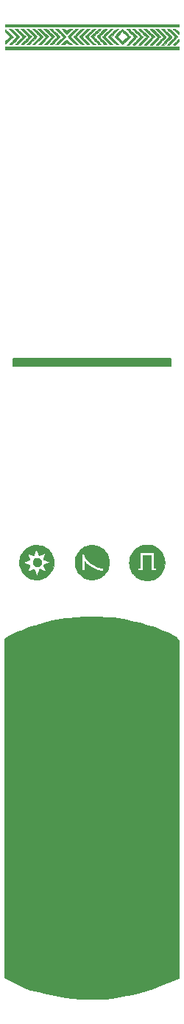
<source format=gbr>
G04 #@! TF.GenerationSoftware,KiCad,Pcbnew,(5.0.0)*
G04 #@! TF.CreationDate,2019-01-08T20:34:23-08:00*
G04 #@! TF.ProjectId,ears_panel,656172735F70616E656C2E6B69636164,rev?*
G04 #@! TF.SameCoordinates,Original*
G04 #@! TF.FileFunction,Soldermask,Top*
G04 #@! TF.FilePolarity,Negative*
%FSLAX46Y46*%
G04 Gerber Fmt 4.6, Leading zero omitted, Abs format (unit mm)*
G04 Created by KiCad (PCBNEW (5.0.0)) date 01/08/19 20:34:23*
%MOMM*%
%LPD*%
G01*
G04 APERTURE LIST*
%ADD10C,0.150000*%
%ADD11C,0.010000*%
G04 APERTURE END LIST*
D10*
G36*
X139471400Y-86995000D02*
X157515560Y-86995000D01*
X157515560Y-87853520D01*
X139476480Y-87848440D01*
X139471400Y-86995000D01*
G37*
X139471400Y-86995000D02*
X157515560Y-86995000D01*
X157515560Y-87853520D01*
X139476480Y-87848440D01*
X139471400Y-86995000D01*
G36*
X138516360Y-119110760D02*
X138755120Y-118922800D01*
X139110720Y-118739920D01*
X139476480Y-118531640D01*
X139720320Y-118455440D01*
X139984480Y-118338600D01*
X140329920Y-118181120D01*
X140665200Y-118069360D01*
X140919200Y-117937280D01*
X141234160Y-117830600D01*
X141554200Y-117744240D01*
X141848840Y-117627400D01*
X142036800Y-117591840D01*
X142270480Y-117505480D01*
X143367760Y-117185440D01*
X143921480Y-117063520D01*
X144459960Y-116961920D01*
X144896840Y-116880640D01*
X145440400Y-116809520D01*
X145943320Y-116768880D01*
X146420840Y-116707920D01*
X146908520Y-116672360D01*
X147416520Y-116626640D01*
X147944840Y-116611400D01*
X148447760Y-116611400D01*
X148976080Y-116606320D01*
X149473920Y-116631720D01*
X149992080Y-116662200D01*
X150495000Y-116707920D01*
X151003000Y-116733320D01*
X151490680Y-116794280D01*
X152013920Y-116890800D01*
X152486360Y-116956840D01*
X153004520Y-117088920D01*
X153522680Y-117215920D01*
X153979880Y-117281960D01*
X154472640Y-117424200D01*
X154904440Y-117586760D01*
X155478480Y-117734080D01*
X155950920Y-117911880D01*
X156438600Y-118094760D01*
X156890720Y-118272560D01*
X157347920Y-118455440D01*
X157789880Y-118694200D01*
X158155640Y-118877080D01*
X158511240Y-119313960D01*
X158485840Y-157896560D01*
X157612080Y-158252160D01*
X156733240Y-158648400D01*
X155483560Y-159146240D01*
X154442160Y-159456120D01*
X153141680Y-159760920D01*
X152049480Y-159984440D01*
X150749000Y-160197800D01*
X150022560Y-160263840D01*
X149179280Y-160299400D01*
X148193760Y-160309560D01*
X147269200Y-160263840D01*
X146248120Y-160228280D01*
X145064480Y-160040320D01*
X144277080Y-159872680D01*
X143347440Y-159715200D01*
X142407640Y-159491680D01*
X141508480Y-159242760D01*
X140812520Y-158988760D01*
X140152120Y-158694120D01*
X139573000Y-158429960D01*
X139100560Y-158211520D01*
X138780520Y-158033720D01*
X138490960Y-157845760D01*
X138516360Y-119110760D01*
G37*
X138516360Y-119110760D02*
X138755120Y-118922800D01*
X139110720Y-118739920D01*
X139476480Y-118531640D01*
X139720320Y-118455440D01*
X139984480Y-118338600D01*
X140329920Y-118181120D01*
X140665200Y-118069360D01*
X140919200Y-117937280D01*
X141234160Y-117830600D01*
X141554200Y-117744240D01*
X141848840Y-117627400D01*
X142036800Y-117591840D01*
X142270480Y-117505480D01*
X143367760Y-117185440D01*
X143921480Y-117063520D01*
X144459960Y-116961920D01*
X144896840Y-116880640D01*
X145440400Y-116809520D01*
X145943320Y-116768880D01*
X146420840Y-116707920D01*
X146908520Y-116672360D01*
X147416520Y-116626640D01*
X147944840Y-116611400D01*
X148447760Y-116611400D01*
X148976080Y-116606320D01*
X149473920Y-116631720D01*
X149992080Y-116662200D01*
X150495000Y-116707920D01*
X151003000Y-116733320D01*
X151490680Y-116794280D01*
X152013920Y-116890800D01*
X152486360Y-116956840D01*
X153004520Y-117088920D01*
X153522680Y-117215920D01*
X153979880Y-117281960D01*
X154472640Y-117424200D01*
X154904440Y-117586760D01*
X155478480Y-117734080D01*
X155950920Y-117911880D01*
X156438600Y-118094760D01*
X156890720Y-118272560D01*
X157347920Y-118455440D01*
X157789880Y-118694200D01*
X158155640Y-118877080D01*
X158511240Y-119313960D01*
X158485840Y-157896560D01*
X157612080Y-158252160D01*
X156733240Y-158648400D01*
X155483560Y-159146240D01*
X154442160Y-159456120D01*
X153141680Y-159760920D01*
X152049480Y-159984440D01*
X150749000Y-160197800D01*
X150022560Y-160263840D01*
X149179280Y-160299400D01*
X148193760Y-160309560D01*
X147269200Y-160263840D01*
X146248120Y-160228280D01*
X145064480Y-160040320D01*
X144277080Y-159872680D01*
X143347440Y-159715200D01*
X142407640Y-159491680D01*
X141508480Y-159242760D01*
X140812520Y-158988760D01*
X140152120Y-158694120D01*
X139573000Y-158429960D01*
X139100560Y-158211520D01*
X138780520Y-158033720D01*
X138490960Y-157845760D01*
X138516360Y-119110760D01*
D11*
G04 #@! TO.C,G\002A\002A\002A*
G36*
X142233768Y-109816167D02*
X142279278Y-109818620D01*
X142313959Y-109824248D01*
X142345095Y-109834311D01*
X142379966Y-109850070D01*
X142385887Y-109852963D01*
X142476482Y-109910960D01*
X142554038Y-109987734D01*
X142613087Y-110077815D01*
X142615416Y-110082492D01*
X142632125Y-110118535D01*
X142642952Y-110149764D01*
X142649157Y-110183461D01*
X142652000Y-110226909D01*
X142652742Y-110287389D01*
X142652750Y-110298230D01*
X142652212Y-110361848D01*
X142649759Y-110407358D01*
X142644131Y-110442039D01*
X142634068Y-110473175D01*
X142618309Y-110508046D01*
X142615416Y-110513967D01*
X142558777Y-110602824D01*
X142484163Y-110679329D01*
X142397462Y-110737567D01*
X142388423Y-110742124D01*
X142346033Y-110760739D01*
X142305790Y-110772317D01*
X142258372Y-110778815D01*
X142198085Y-110782067D01*
X142138623Y-110782453D01*
X142082007Y-110780013D01*
X142037844Y-110775249D01*
X142027318Y-110773175D01*
X141948769Y-110742719D01*
X141872629Y-110692028D01*
X141803709Y-110626153D01*
X141746818Y-110550144D01*
X141706765Y-110469053D01*
X141693281Y-110422343D01*
X141680651Y-110306377D01*
X141690936Y-110195909D01*
X141722922Y-110093585D01*
X141775395Y-110002053D01*
X141847141Y-109923960D01*
X141936945Y-109861955D01*
X141954412Y-109852963D01*
X141990455Y-109836254D01*
X142021684Y-109825427D01*
X142055381Y-109819222D01*
X142098829Y-109816379D01*
X142159309Y-109815637D01*
X142170150Y-109815630D01*
X142233768Y-109816167D01*
X142233768Y-109816167D01*
G37*
X142233768Y-109816167D02*
X142279278Y-109818620D01*
X142313959Y-109824248D01*
X142345095Y-109834311D01*
X142379966Y-109850070D01*
X142385887Y-109852963D01*
X142476482Y-109910960D01*
X142554038Y-109987734D01*
X142613087Y-110077815D01*
X142615416Y-110082492D01*
X142632125Y-110118535D01*
X142642952Y-110149764D01*
X142649157Y-110183461D01*
X142652000Y-110226909D01*
X142652742Y-110287389D01*
X142652750Y-110298230D01*
X142652212Y-110361848D01*
X142649759Y-110407358D01*
X142644131Y-110442039D01*
X142634068Y-110473175D01*
X142618309Y-110508046D01*
X142615416Y-110513967D01*
X142558777Y-110602824D01*
X142484163Y-110679329D01*
X142397462Y-110737567D01*
X142388423Y-110742124D01*
X142346033Y-110760739D01*
X142305790Y-110772317D01*
X142258372Y-110778815D01*
X142198085Y-110782067D01*
X142138623Y-110782453D01*
X142082007Y-110780013D01*
X142037844Y-110775249D01*
X142027318Y-110773175D01*
X141948769Y-110742719D01*
X141872629Y-110692028D01*
X141803709Y-110626153D01*
X141746818Y-110550144D01*
X141706765Y-110469053D01*
X141693281Y-110422343D01*
X141680651Y-110306377D01*
X141690936Y-110195909D01*
X141722922Y-110093585D01*
X141775395Y-110002053D01*
X141847141Y-109923960D01*
X141936945Y-109861955D01*
X141954412Y-109852963D01*
X141990455Y-109836254D01*
X142021684Y-109825427D01*
X142055381Y-109819222D01*
X142098829Y-109816379D01*
X142159309Y-109815637D01*
X142170150Y-109815630D01*
X142233768Y-109816167D01*
G36*
X142209480Y-108317218D02*
X142267686Y-108322059D01*
X142496650Y-108357692D01*
X142715265Y-108415747D01*
X142922367Y-108495228D01*
X143116795Y-108595138D01*
X143297387Y-108714482D01*
X143462980Y-108852263D01*
X143612411Y-109007485D01*
X143744520Y-109179152D01*
X143858142Y-109366269D01*
X143952118Y-109567838D01*
X144025283Y-109782864D01*
X144041022Y-109841918D01*
X144081546Y-110038271D01*
X144101234Y-110223613D01*
X144100361Y-110401060D01*
X144095520Y-110459266D01*
X144059822Y-110688301D01*
X144001671Y-110906798D01*
X143922151Y-111113637D01*
X143822349Y-111307695D01*
X143703351Y-111487853D01*
X143566243Y-111652989D01*
X143412111Y-111801983D01*
X143242041Y-111933713D01*
X143057118Y-112047060D01*
X142858430Y-112140901D01*
X142647061Y-112214116D01*
X142424098Y-112265585D01*
X142331590Y-112279875D01*
X142193393Y-112293541D01*
X142064299Y-112295336D01*
X141930945Y-112285243D01*
X141883366Y-112279251D01*
X141657416Y-112236200D01*
X141442138Y-112170791D01*
X141238719Y-112084080D01*
X141048348Y-111977125D01*
X140872211Y-111850982D01*
X140711496Y-111706709D01*
X140567390Y-111545364D01*
X140441082Y-111368002D01*
X140333757Y-111175682D01*
X140246605Y-110969461D01*
X140184977Y-110767241D01*
X140144453Y-110570888D01*
X140124765Y-110385546D01*
X140125119Y-110313463D01*
X140578014Y-110313463D01*
X140580361Y-110325784D01*
X140594770Y-110337477D01*
X140620714Y-110351674D01*
X140635877Y-110355380D01*
X140651157Y-110363093D01*
X140652500Y-110368080D01*
X140663008Y-110378776D01*
X140675214Y-110380780D01*
X140700205Y-110386384D01*
X140735495Y-110400422D01*
X140748239Y-110406628D01*
X140795025Y-110427160D01*
X140844964Y-110444195D01*
X140852525Y-110446236D01*
X140885200Y-110456574D01*
X140904384Y-110466528D01*
X140906500Y-110469774D01*
X140917635Y-110478107D01*
X140945271Y-110486577D01*
X140954125Y-110488391D01*
X140990720Y-110498644D01*
X141018246Y-110512243D01*
X141020800Y-110514299D01*
X141039245Y-110528361D01*
X141046200Y-110531382D01*
X141061412Y-110535452D01*
X141088035Y-110544885D01*
X141127611Y-110558234D01*
X141157885Y-110566723D01*
X141193869Y-110579575D01*
X141217300Y-110592224D01*
X141244081Y-110605859D01*
X141259747Y-110609380D01*
X141281344Y-110616752D01*
X141309090Y-110634509D01*
X141309434Y-110634780D01*
X141327108Y-110651689D01*
X141328297Y-110660002D01*
X141326755Y-110660180D01*
X141314559Y-110669786D01*
X141314346Y-110676055D01*
X141310707Y-110706440D01*
X141294585Y-110748836D01*
X141286572Y-110764782D01*
X141276302Y-110796436D01*
X141274800Y-110811048D01*
X141266019Y-110834786D01*
X141255750Y-110842572D01*
X141241612Y-110859489D01*
X141236616Y-110885206D01*
X141229452Y-110920448D01*
X141212232Y-110957198D01*
X141211300Y-110958630D01*
X141194138Y-110990565D01*
X141186070Y-111017429D01*
X141185983Y-111019353D01*
X141176551Y-111042402D01*
X141166850Y-111049287D01*
X141150920Y-111066574D01*
X141147799Y-111081252D01*
X141142424Y-111107584D01*
X141128942Y-111144164D01*
X141122717Y-111157820D01*
X141108851Y-111190899D01*
X141102900Y-111214275D01*
X141103528Y-111219268D01*
X141100120Y-111234004D01*
X141090510Y-111244496D01*
X141075512Y-111268957D01*
X141071600Y-111290783D01*
X141064550Y-111317203D01*
X141052550Y-111328687D01*
X141037107Y-111345869D01*
X141033698Y-111371563D01*
X141040747Y-111387094D01*
X141055823Y-111387008D01*
X141081926Y-111376639D01*
X141082022Y-111376589D01*
X141112075Y-111363682D01*
X141133140Y-111358758D01*
X141156162Y-111353016D01*
X141183940Y-111340611D01*
X141241990Y-111312167D01*
X141310168Y-111282627D01*
X141374245Y-111258104D01*
X141382750Y-111255194D01*
X141415717Y-111243150D01*
X141436968Y-111233544D01*
X141439900Y-111231489D01*
X141458826Y-111219215D01*
X141490319Y-111204233D01*
X141522773Y-111191631D01*
X141542301Y-111186605D01*
X141567428Y-111178550D01*
X141593101Y-111165000D01*
X141628609Y-111146513D01*
X141655800Y-111136198D01*
X141686983Y-111123869D01*
X141704484Y-111113391D01*
X141732004Y-111099788D01*
X141742584Y-111097534D01*
X141773047Y-111090564D01*
X141786017Y-111085893D01*
X141802790Y-111084335D01*
X141812695Y-111101238D01*
X141816123Y-111115720D01*
X141826820Y-111147994D01*
X141840725Y-111168823D01*
X141851672Y-111190270D01*
X141850354Y-111201331D01*
X141852262Y-111224714D01*
X141862396Y-111241678D01*
X141878834Y-111269750D01*
X141890152Y-111303827D01*
X141901630Y-111336932D01*
X141916966Y-111359357D01*
X141931772Y-111383620D01*
X141935200Y-111403130D01*
X141942095Y-111432036D01*
X141951830Y-111445572D01*
X141964579Y-111465211D01*
X141978726Y-111500072D01*
X141985876Y-111523327D01*
X141997484Y-111559294D01*
X142008453Y-111582493D01*
X142013695Y-111587280D01*
X142022238Y-111597903D01*
X142024100Y-111611930D01*
X142029931Y-111636242D01*
X142036800Y-111644430D01*
X142046820Y-111662028D01*
X142049500Y-111681724D01*
X142057279Y-111711881D01*
X142068550Y-111726980D01*
X142084745Y-111749767D01*
X142087600Y-111762460D01*
X142095638Y-111786769D01*
X142108679Y-111805422D01*
X142122608Y-111818349D01*
X142133846Y-111816807D01*
X142148593Y-111797795D01*
X142159082Y-111781022D01*
X142177272Y-111747807D01*
X142187797Y-111721586D01*
X142188803Y-111715779D01*
X142195363Y-111693787D01*
X142210907Y-111663000D01*
X142213533Y-111658629D01*
X142232997Y-111617498D01*
X142246434Y-111572785D01*
X142246697Y-111571405D01*
X142254698Y-111540883D01*
X142263531Y-111524609D01*
X142265546Y-111523780D01*
X142273927Y-111512572D01*
X142284438Y-111483890D01*
X142290649Y-111460909D01*
X142302804Y-111421506D01*
X142316831Y-111391710D01*
X142323665Y-111383153D01*
X142339260Y-111359541D01*
X142341600Y-111347250D01*
X142348594Y-111321215D01*
X142361247Y-111298181D01*
X142375162Y-111271550D01*
X142378347Y-111254080D01*
X142381385Y-111232332D01*
X142395360Y-111192979D01*
X142421055Y-111133839D01*
X142422773Y-111130080D01*
X142439675Y-111096671D01*
X142455285Y-111071375D01*
X142465913Y-111059670D01*
X142468412Y-111062288D01*
X142479755Y-111073471D01*
X142507826Y-111083324D01*
X142518668Y-111085506D01*
X142554651Y-111095297D01*
X142580467Y-111108846D01*
X142583723Y-111112022D01*
X142607727Y-111126529D01*
X142628155Y-111130080D01*
X142654427Y-111134999D01*
X142665450Y-111142780D01*
X142683154Y-111153043D01*
X142701124Y-111155563D01*
X142730603Y-111162517D01*
X142764614Y-111179302D01*
X142767050Y-111180880D01*
X142798335Y-111197985D01*
X142823899Y-111206095D01*
X142825819Y-111206196D01*
X142850976Y-111215366D01*
X142862300Y-111225330D01*
X142887049Y-111240663D01*
X142907555Y-111244380D01*
X142933827Y-111249299D01*
X142944850Y-111257080D01*
X142962762Y-111267748D01*
X142977349Y-111269780D01*
X142997576Y-111275242D01*
X143002000Y-111282480D01*
X143012603Y-111292900D01*
X143026650Y-111295180D01*
X143050962Y-111301011D01*
X143059150Y-111307880D01*
X143076748Y-111317900D01*
X143096444Y-111320580D01*
X143126601Y-111328359D01*
X143141700Y-111339630D01*
X143162309Y-111353850D01*
X143186092Y-111358345D01*
X143202754Y-111352218D01*
X143205200Y-111345145D01*
X143199449Y-111324347D01*
X143189702Y-111303870D01*
X143171841Y-111266465D01*
X143155547Y-111223581D01*
X143144511Y-111185700D01*
X143141891Y-111168059D01*
X143131943Y-111146147D01*
X143119211Y-111134845D01*
X143101252Y-111112292D01*
X143093859Y-111086207D01*
X143085445Y-111048289D01*
X143073025Y-111017821D01*
X143055865Y-110981615D01*
X143039231Y-110940825D01*
X143038773Y-110939580D01*
X143024971Y-110908163D01*
X143012060Y-110888328D01*
X143010276Y-110886813D01*
X142999818Y-110868994D01*
X142994511Y-110845206D01*
X142985376Y-110812012D01*
X142967650Y-110774366D01*
X142964731Y-110769474D01*
X142947611Y-110736623D01*
X142938813Y-110709669D01*
X142938500Y-110705907D01*
X142928155Y-110683490D01*
X142918385Y-110677064D01*
X142905969Y-110668145D01*
X142914094Y-110659565D01*
X142922104Y-110647585D01*
X142909509Y-110629378D01*
X142908809Y-110628675D01*
X142891999Y-110603222D01*
X142887894Y-110586247D01*
X142890241Y-110572509D01*
X142899433Y-110582850D01*
X142899441Y-110582864D01*
X142911239Y-110594375D01*
X142926714Y-110586268D01*
X142930556Y-110582864D01*
X142962923Y-110554638D01*
X142981989Y-110541579D01*
X142992291Y-110540772D01*
X142993989Y-110542103D01*
X143008424Y-110541592D01*
X143018736Y-110535099D01*
X143037227Y-110526686D01*
X143044136Y-110528749D01*
X143058853Y-110528241D01*
X143073264Y-110519306D01*
X143096553Y-110504910D01*
X143108496Y-110501621D01*
X143126661Y-110496322D01*
X143159653Y-110482969D01*
X143199672Y-110465050D01*
X143238919Y-110446053D01*
X143268700Y-110429995D01*
X143285284Y-110420806D01*
X143303416Y-110413119D01*
X143331178Y-110403892D01*
X143367125Y-110392944D01*
X143399672Y-110380985D01*
X143418891Y-110369725D01*
X143421100Y-110366047D01*
X143431721Y-110357288D01*
X143445750Y-110355380D01*
X143470062Y-110349548D01*
X143478250Y-110342680D01*
X143495848Y-110332659D01*
X143515544Y-110329980D01*
X143545384Y-110322540D01*
X143560167Y-110311692D01*
X143585024Y-110294579D01*
X143602002Y-110289467D01*
X143627777Y-110280269D01*
X143630055Y-110265039D01*
X143609496Y-110245601D01*
X143580436Y-110229796D01*
X143508838Y-110196907D01*
X143454673Y-110173007D01*
X143412596Y-110155851D01*
X143377257Y-110143196D01*
X143363950Y-110138934D01*
X143325020Y-110124579D01*
X143292982Y-110109015D01*
X143288099Y-110105922D01*
X143256336Y-110091927D01*
X143235679Y-110088680D01*
X143206432Y-110080671D01*
X143193126Y-110070384D01*
X143171889Y-110058181D01*
X143159821Y-110059043D01*
X143144049Y-110058706D01*
X143141700Y-110053446D01*
X143130531Y-110043316D01*
X143102116Y-110031638D01*
X143082537Y-110025997D01*
X143041049Y-110013102D01*
X143006349Y-109998203D01*
X142997161Y-109992740D01*
X142970244Y-109978446D01*
X142953552Y-109974380D01*
X142931279Y-109966973D01*
X142908138Y-109952155D01*
X142888588Y-109929639D01*
X142886454Y-109900717D01*
X142888291Y-109890437D01*
X142901322Y-109851183D01*
X142917481Y-109820936D01*
X142933292Y-109788910D01*
X142938500Y-109763362D01*
X142946276Y-109738193D01*
X142957550Y-109728487D01*
X142974446Y-109711402D01*
X142976600Y-109701528D01*
X142980325Y-109674871D01*
X142989503Y-109640810D01*
X143001136Y-109608142D01*
X143012225Y-109585663D01*
X143017792Y-109580680D01*
X143025682Y-109570050D01*
X143027400Y-109556029D01*
X143033231Y-109531717D01*
X143040100Y-109523530D01*
X143050120Y-109505931D01*
X143052800Y-109486235D01*
X143060579Y-109456078D01*
X143071850Y-109440980D01*
X143088115Y-109417641D01*
X143090983Y-109404499D01*
X143097743Y-109380383D01*
X143114127Y-109349086D01*
X143116300Y-109345730D01*
X143133634Y-109311757D01*
X143141566Y-109280837D01*
X143141616Y-109279055D01*
X143146466Y-109256749D01*
X143154400Y-109250480D01*
X143163833Y-109239580D01*
X143167100Y-109217671D01*
X143164019Y-109195067D01*
X143157575Y-109189504D01*
X143132889Y-109200762D01*
X143095098Y-109217243D01*
X143054566Y-109234463D01*
X143033750Y-109243078D01*
X142998387Y-109258114D01*
X142954665Y-109277492D01*
X142938500Y-109284844D01*
X142893575Y-109304473D01*
X142849483Y-109322232D01*
X142836900Y-109326888D01*
X142797179Y-109342385D01*
X142750767Y-109362321D01*
X142735300Y-109369390D01*
X142701103Y-109385044D01*
X142677466Y-109395279D01*
X142671800Y-109397341D01*
X142657558Y-109402840D01*
X142627869Y-109415585D01*
X142604072Y-109426142D01*
X142566211Y-109441809D01*
X142536456Y-109451784D01*
X142526252Y-109453680D01*
X142505021Y-109462598D01*
X142493745Y-109473036D01*
X142478201Y-109486335D01*
X142471834Y-109486547D01*
X142457008Y-109486106D01*
X142435693Y-109492219D01*
X142412270Y-109497203D01*
X142400928Y-109484133D01*
X142397752Y-109473278D01*
X142385890Y-109447412D01*
X142374001Y-109436637D01*
X142362097Y-109421235D01*
X142351862Y-109390222D01*
X142349519Y-109378082D01*
X142340125Y-109343710D01*
X142326830Y-109321479D01*
X142322395Y-109318513D01*
X142309510Y-109306799D01*
X142310353Y-109300465D01*
X142310925Y-109281381D01*
X142305798Y-109266871D01*
X142293641Y-109241028D01*
X142277165Y-109204538D01*
X142272210Y-109193330D01*
X142255582Y-109156317D01*
X142241501Y-109126323D01*
X142238591Y-109120477D01*
X142228841Y-109092028D01*
X142227300Y-109079509D01*
X142221014Y-109056767D01*
X142205532Y-109025081D01*
X142201947Y-109019011D01*
X142185223Y-108986441D01*
X142176789Y-108959959D01*
X142176547Y-108956760D01*
X142167410Y-108931607D01*
X142157450Y-108920280D01*
X142141431Y-108895072D01*
X142138003Y-108877449D01*
X142131266Y-108850182D01*
X142114854Y-108814209D01*
X142107471Y-108801393D01*
X142077335Y-108752356D01*
X142057252Y-108783006D01*
X142039891Y-108818606D01*
X142029047Y-108854268D01*
X142021185Y-108881986D01*
X142012985Y-108894779D01*
X142012363Y-108894880D01*
X142003260Y-108905665D01*
X141991098Y-108932541D01*
X141987498Y-108942505D01*
X141956294Y-109025835D01*
X141923672Y-109099403D01*
X141915815Y-109114984D01*
X141902366Y-109148057D01*
X141897100Y-109174559D01*
X141891026Y-109198441D01*
X141884400Y-109206029D01*
X141873731Y-109223942D01*
X141871700Y-109238529D01*
X141866237Y-109258756D01*
X141858999Y-109263180D01*
X141848248Y-109270280D01*
X141848350Y-109272705D01*
X141845399Y-109290172D01*
X141835650Y-109317981D01*
X141825055Y-109347666D01*
X141820900Y-109366822D01*
X141815463Y-109386751D01*
X141803397Y-109413620D01*
X141784094Y-109451996D01*
X141769421Y-109482404D01*
X141752239Y-109507351D01*
X141730775Y-109511479D01*
X141726599Y-109510534D01*
X141661278Y-109491891D01*
X141620885Y-109476942D01*
X141605229Y-109465617D01*
X141605000Y-109464347D01*
X141594120Y-109456325D01*
X141573250Y-109453680D01*
X141549382Y-109449332D01*
X141541500Y-109440980D01*
X141530724Y-109430910D01*
X141512925Y-109427876D01*
X141479220Y-109419838D01*
X141460953Y-109409744D01*
X141433202Y-109396032D01*
X141394749Y-109384935D01*
X141387044Y-109383482D01*
X141353416Y-109373995D01*
X141332123Y-109360927D01*
X141329706Y-109357164D01*
X141313115Y-109343356D01*
X141292491Y-109339380D01*
X141269282Y-109334856D01*
X141262100Y-109326680D01*
X141251591Y-109315983D01*
X141239385Y-109313979D01*
X141214300Y-109308407D01*
X141179023Y-109294469D01*
X141166850Y-109288580D01*
X141128972Y-109272593D01*
X141095417Y-109263780D01*
X141087964Y-109263180D01*
X141064452Y-109256046D01*
X141058900Y-109244130D01*
X141048184Y-109228649D01*
X141032123Y-109225080D01*
X141013756Y-109228808D01*
X141010756Y-109244942D01*
X141013808Y-109260005D01*
X141025297Y-109294382D01*
X141042917Y-109334890D01*
X141046935Y-109342946D01*
X141062477Y-109377657D01*
X141071027Y-109405410D01*
X141071600Y-109410760D01*
X141080680Y-109432778D01*
X141100175Y-109454396D01*
X141116572Y-109471902D01*
X141111776Y-109478641D01*
X141111319Y-109478657D01*
X141100867Y-109484400D01*
X141106489Y-109494955D01*
X141118480Y-109516980D01*
X141131948Y-109551019D01*
X141134395Y-109558351D01*
X141150048Y-109599146D01*
X141171551Y-109646243D01*
X141180655Y-109664089D01*
X141196921Y-109699188D01*
X141204841Y-109725620D01*
X141204355Y-109734042D01*
X141205086Y-109745085D01*
X141208517Y-109745780D01*
X141219155Y-109756670D01*
X141232186Y-109783986D01*
X141236700Y-109796580D01*
X141249324Y-109827908D01*
X141260955Y-109845782D01*
X141264132Y-109847380D01*
X141272891Y-109858001D01*
X141274800Y-109872030D01*
X141280732Y-109896411D01*
X141287707Y-109904658D01*
X141295073Y-109919815D01*
X141293369Y-109924356D01*
X141292773Y-109943967D01*
X141298126Y-109957523D01*
X141300584Y-109983034D01*
X141284236Y-110004126D01*
X141256657Y-110012480D01*
X141239224Y-110021378D01*
X141236700Y-110029768D01*
X141226817Y-110041816D01*
X141204504Y-110040903D01*
X141168883Y-110043842D01*
X141150529Y-110054289D01*
X141123446Y-110069789D01*
X141086281Y-110081648D01*
X141082004Y-110082503D01*
X141049680Y-110092574D01*
X141029930Y-110106280D01*
X141028428Y-110108978D01*
X141011632Y-110123593D01*
X140995626Y-110126780D01*
X140962310Y-110132371D01*
X140947602Y-110138071D01*
X140922196Y-110150172D01*
X140885947Y-110166468D01*
X140874750Y-110171354D01*
X140828895Y-110192109D01*
X140782816Y-110214274D01*
X140776983Y-110217212D01*
X140738474Y-110232744D01*
X140703034Y-110240775D01*
X140697210Y-110241080D01*
X140669788Y-110247938D01*
X140656812Y-110260859D01*
X140642371Y-110274798D01*
X140633004Y-110274416D01*
X140613414Y-110278233D01*
X140593536Y-110293883D01*
X140578014Y-110313463D01*
X140125119Y-110313463D01*
X140125638Y-110208099D01*
X140130479Y-110149893D01*
X140166112Y-109920929D01*
X140224167Y-109702314D01*
X140303648Y-109495212D01*
X140403558Y-109300784D01*
X140522902Y-109120192D01*
X140660683Y-108954599D01*
X140815905Y-108805168D01*
X140987572Y-108673059D01*
X141174689Y-108559437D01*
X141376258Y-108465461D01*
X141591284Y-108392296D01*
X141650338Y-108376557D01*
X141846691Y-108336033D01*
X142032033Y-108316345D01*
X142209480Y-108317218D01*
X142209480Y-108317218D01*
G37*
X142209480Y-108317218D02*
X142267686Y-108322059D01*
X142496650Y-108357692D01*
X142715265Y-108415747D01*
X142922367Y-108495228D01*
X143116795Y-108595138D01*
X143297387Y-108714482D01*
X143462980Y-108852263D01*
X143612411Y-109007485D01*
X143744520Y-109179152D01*
X143858142Y-109366269D01*
X143952118Y-109567838D01*
X144025283Y-109782864D01*
X144041022Y-109841918D01*
X144081546Y-110038271D01*
X144101234Y-110223613D01*
X144100361Y-110401060D01*
X144095520Y-110459266D01*
X144059822Y-110688301D01*
X144001671Y-110906798D01*
X143922151Y-111113637D01*
X143822349Y-111307695D01*
X143703351Y-111487853D01*
X143566243Y-111652989D01*
X143412111Y-111801983D01*
X143242041Y-111933713D01*
X143057118Y-112047060D01*
X142858430Y-112140901D01*
X142647061Y-112214116D01*
X142424098Y-112265585D01*
X142331590Y-112279875D01*
X142193393Y-112293541D01*
X142064299Y-112295336D01*
X141930945Y-112285243D01*
X141883366Y-112279251D01*
X141657416Y-112236200D01*
X141442138Y-112170791D01*
X141238719Y-112084080D01*
X141048348Y-111977125D01*
X140872211Y-111850982D01*
X140711496Y-111706709D01*
X140567390Y-111545364D01*
X140441082Y-111368002D01*
X140333757Y-111175682D01*
X140246605Y-110969461D01*
X140184977Y-110767241D01*
X140144453Y-110570888D01*
X140124765Y-110385546D01*
X140125119Y-110313463D01*
X140578014Y-110313463D01*
X140580361Y-110325784D01*
X140594770Y-110337477D01*
X140620714Y-110351674D01*
X140635877Y-110355380D01*
X140651157Y-110363093D01*
X140652500Y-110368080D01*
X140663008Y-110378776D01*
X140675214Y-110380780D01*
X140700205Y-110386384D01*
X140735495Y-110400422D01*
X140748239Y-110406628D01*
X140795025Y-110427160D01*
X140844964Y-110444195D01*
X140852525Y-110446236D01*
X140885200Y-110456574D01*
X140904384Y-110466528D01*
X140906500Y-110469774D01*
X140917635Y-110478107D01*
X140945271Y-110486577D01*
X140954125Y-110488391D01*
X140990720Y-110498644D01*
X141018246Y-110512243D01*
X141020800Y-110514299D01*
X141039245Y-110528361D01*
X141046200Y-110531382D01*
X141061412Y-110535452D01*
X141088035Y-110544885D01*
X141127611Y-110558234D01*
X141157885Y-110566723D01*
X141193869Y-110579575D01*
X141217300Y-110592224D01*
X141244081Y-110605859D01*
X141259747Y-110609380D01*
X141281344Y-110616752D01*
X141309090Y-110634509D01*
X141309434Y-110634780D01*
X141327108Y-110651689D01*
X141328297Y-110660002D01*
X141326755Y-110660180D01*
X141314559Y-110669786D01*
X141314346Y-110676055D01*
X141310707Y-110706440D01*
X141294585Y-110748836D01*
X141286572Y-110764782D01*
X141276302Y-110796436D01*
X141274800Y-110811048D01*
X141266019Y-110834786D01*
X141255750Y-110842572D01*
X141241612Y-110859489D01*
X141236616Y-110885206D01*
X141229452Y-110920448D01*
X141212232Y-110957198D01*
X141211300Y-110958630D01*
X141194138Y-110990565D01*
X141186070Y-111017429D01*
X141185983Y-111019353D01*
X141176551Y-111042402D01*
X141166850Y-111049287D01*
X141150920Y-111066574D01*
X141147799Y-111081252D01*
X141142424Y-111107584D01*
X141128942Y-111144164D01*
X141122717Y-111157820D01*
X141108851Y-111190899D01*
X141102900Y-111214275D01*
X141103528Y-111219268D01*
X141100120Y-111234004D01*
X141090510Y-111244496D01*
X141075512Y-111268957D01*
X141071600Y-111290783D01*
X141064550Y-111317203D01*
X141052550Y-111328687D01*
X141037107Y-111345869D01*
X141033698Y-111371563D01*
X141040747Y-111387094D01*
X141055823Y-111387008D01*
X141081926Y-111376639D01*
X141082022Y-111376589D01*
X141112075Y-111363682D01*
X141133140Y-111358758D01*
X141156162Y-111353016D01*
X141183940Y-111340611D01*
X141241990Y-111312167D01*
X141310168Y-111282627D01*
X141374245Y-111258104D01*
X141382750Y-111255194D01*
X141415717Y-111243150D01*
X141436968Y-111233544D01*
X141439900Y-111231489D01*
X141458826Y-111219215D01*
X141490319Y-111204233D01*
X141522773Y-111191631D01*
X141542301Y-111186605D01*
X141567428Y-111178550D01*
X141593101Y-111165000D01*
X141628609Y-111146513D01*
X141655800Y-111136198D01*
X141686983Y-111123869D01*
X141704484Y-111113391D01*
X141732004Y-111099788D01*
X141742584Y-111097534D01*
X141773047Y-111090564D01*
X141786017Y-111085893D01*
X141802790Y-111084335D01*
X141812695Y-111101238D01*
X141816123Y-111115720D01*
X141826820Y-111147994D01*
X141840725Y-111168823D01*
X141851672Y-111190270D01*
X141850354Y-111201331D01*
X141852262Y-111224714D01*
X141862396Y-111241678D01*
X141878834Y-111269750D01*
X141890152Y-111303827D01*
X141901630Y-111336932D01*
X141916966Y-111359357D01*
X141931772Y-111383620D01*
X141935200Y-111403130D01*
X141942095Y-111432036D01*
X141951830Y-111445572D01*
X141964579Y-111465211D01*
X141978726Y-111500072D01*
X141985876Y-111523327D01*
X141997484Y-111559294D01*
X142008453Y-111582493D01*
X142013695Y-111587280D01*
X142022238Y-111597903D01*
X142024100Y-111611930D01*
X142029931Y-111636242D01*
X142036800Y-111644430D01*
X142046820Y-111662028D01*
X142049500Y-111681724D01*
X142057279Y-111711881D01*
X142068550Y-111726980D01*
X142084745Y-111749767D01*
X142087600Y-111762460D01*
X142095638Y-111786769D01*
X142108679Y-111805422D01*
X142122608Y-111818349D01*
X142133846Y-111816807D01*
X142148593Y-111797795D01*
X142159082Y-111781022D01*
X142177272Y-111747807D01*
X142187797Y-111721586D01*
X142188803Y-111715779D01*
X142195363Y-111693787D01*
X142210907Y-111663000D01*
X142213533Y-111658629D01*
X142232997Y-111617498D01*
X142246434Y-111572785D01*
X142246697Y-111571405D01*
X142254698Y-111540883D01*
X142263531Y-111524609D01*
X142265546Y-111523780D01*
X142273927Y-111512572D01*
X142284438Y-111483890D01*
X142290649Y-111460909D01*
X142302804Y-111421506D01*
X142316831Y-111391710D01*
X142323665Y-111383153D01*
X142339260Y-111359541D01*
X142341600Y-111347250D01*
X142348594Y-111321215D01*
X142361247Y-111298181D01*
X142375162Y-111271550D01*
X142378347Y-111254080D01*
X142381385Y-111232332D01*
X142395360Y-111192979D01*
X142421055Y-111133839D01*
X142422773Y-111130080D01*
X142439675Y-111096671D01*
X142455285Y-111071375D01*
X142465913Y-111059670D01*
X142468412Y-111062288D01*
X142479755Y-111073471D01*
X142507826Y-111083324D01*
X142518668Y-111085506D01*
X142554651Y-111095297D01*
X142580467Y-111108846D01*
X142583723Y-111112022D01*
X142607727Y-111126529D01*
X142628155Y-111130080D01*
X142654427Y-111134999D01*
X142665450Y-111142780D01*
X142683154Y-111153043D01*
X142701124Y-111155563D01*
X142730603Y-111162517D01*
X142764614Y-111179302D01*
X142767050Y-111180880D01*
X142798335Y-111197985D01*
X142823899Y-111206095D01*
X142825819Y-111206196D01*
X142850976Y-111215366D01*
X142862300Y-111225330D01*
X142887049Y-111240663D01*
X142907555Y-111244380D01*
X142933827Y-111249299D01*
X142944850Y-111257080D01*
X142962762Y-111267748D01*
X142977349Y-111269780D01*
X142997576Y-111275242D01*
X143002000Y-111282480D01*
X143012603Y-111292900D01*
X143026650Y-111295180D01*
X143050962Y-111301011D01*
X143059150Y-111307880D01*
X143076748Y-111317900D01*
X143096444Y-111320580D01*
X143126601Y-111328359D01*
X143141700Y-111339630D01*
X143162309Y-111353850D01*
X143186092Y-111358345D01*
X143202754Y-111352218D01*
X143205200Y-111345145D01*
X143199449Y-111324347D01*
X143189702Y-111303870D01*
X143171841Y-111266465D01*
X143155547Y-111223581D01*
X143144511Y-111185700D01*
X143141891Y-111168059D01*
X143131943Y-111146147D01*
X143119211Y-111134845D01*
X143101252Y-111112292D01*
X143093859Y-111086207D01*
X143085445Y-111048289D01*
X143073025Y-111017821D01*
X143055865Y-110981615D01*
X143039231Y-110940825D01*
X143038773Y-110939580D01*
X143024971Y-110908163D01*
X143012060Y-110888328D01*
X143010276Y-110886813D01*
X142999818Y-110868994D01*
X142994511Y-110845206D01*
X142985376Y-110812012D01*
X142967650Y-110774366D01*
X142964731Y-110769474D01*
X142947611Y-110736623D01*
X142938813Y-110709669D01*
X142938500Y-110705907D01*
X142928155Y-110683490D01*
X142918385Y-110677064D01*
X142905969Y-110668145D01*
X142914094Y-110659565D01*
X142922104Y-110647585D01*
X142909509Y-110629378D01*
X142908809Y-110628675D01*
X142891999Y-110603222D01*
X142887894Y-110586247D01*
X142890241Y-110572509D01*
X142899433Y-110582850D01*
X142899441Y-110582864D01*
X142911239Y-110594375D01*
X142926714Y-110586268D01*
X142930556Y-110582864D01*
X142962923Y-110554638D01*
X142981989Y-110541579D01*
X142992291Y-110540772D01*
X142993989Y-110542103D01*
X143008424Y-110541592D01*
X143018736Y-110535099D01*
X143037227Y-110526686D01*
X143044136Y-110528749D01*
X143058853Y-110528241D01*
X143073264Y-110519306D01*
X143096553Y-110504910D01*
X143108496Y-110501621D01*
X143126661Y-110496322D01*
X143159653Y-110482969D01*
X143199672Y-110465050D01*
X143238919Y-110446053D01*
X143268700Y-110429995D01*
X143285284Y-110420806D01*
X143303416Y-110413119D01*
X143331178Y-110403892D01*
X143367125Y-110392944D01*
X143399672Y-110380985D01*
X143418891Y-110369725D01*
X143421100Y-110366047D01*
X143431721Y-110357288D01*
X143445750Y-110355380D01*
X143470062Y-110349548D01*
X143478250Y-110342680D01*
X143495848Y-110332659D01*
X143515544Y-110329980D01*
X143545384Y-110322540D01*
X143560167Y-110311692D01*
X143585024Y-110294579D01*
X143602002Y-110289467D01*
X143627777Y-110280269D01*
X143630055Y-110265039D01*
X143609496Y-110245601D01*
X143580436Y-110229796D01*
X143508838Y-110196907D01*
X143454673Y-110173007D01*
X143412596Y-110155851D01*
X143377257Y-110143196D01*
X143363950Y-110138934D01*
X143325020Y-110124579D01*
X143292982Y-110109015D01*
X143288099Y-110105922D01*
X143256336Y-110091927D01*
X143235679Y-110088680D01*
X143206432Y-110080671D01*
X143193126Y-110070384D01*
X143171889Y-110058181D01*
X143159821Y-110059043D01*
X143144049Y-110058706D01*
X143141700Y-110053446D01*
X143130531Y-110043316D01*
X143102116Y-110031638D01*
X143082537Y-110025997D01*
X143041049Y-110013102D01*
X143006349Y-109998203D01*
X142997161Y-109992740D01*
X142970244Y-109978446D01*
X142953552Y-109974380D01*
X142931279Y-109966973D01*
X142908138Y-109952155D01*
X142888588Y-109929639D01*
X142886454Y-109900717D01*
X142888291Y-109890437D01*
X142901322Y-109851183D01*
X142917481Y-109820936D01*
X142933292Y-109788910D01*
X142938500Y-109763362D01*
X142946276Y-109738193D01*
X142957550Y-109728487D01*
X142974446Y-109711402D01*
X142976600Y-109701528D01*
X142980325Y-109674871D01*
X142989503Y-109640810D01*
X143001136Y-109608142D01*
X143012225Y-109585663D01*
X143017792Y-109580680D01*
X143025682Y-109570050D01*
X143027400Y-109556029D01*
X143033231Y-109531717D01*
X143040100Y-109523530D01*
X143050120Y-109505931D01*
X143052800Y-109486235D01*
X143060579Y-109456078D01*
X143071850Y-109440980D01*
X143088115Y-109417641D01*
X143090983Y-109404499D01*
X143097743Y-109380383D01*
X143114127Y-109349086D01*
X143116300Y-109345730D01*
X143133634Y-109311757D01*
X143141566Y-109280837D01*
X143141616Y-109279055D01*
X143146466Y-109256749D01*
X143154400Y-109250480D01*
X143163833Y-109239580D01*
X143167100Y-109217671D01*
X143164019Y-109195067D01*
X143157575Y-109189504D01*
X143132889Y-109200762D01*
X143095098Y-109217243D01*
X143054566Y-109234463D01*
X143033750Y-109243078D01*
X142998387Y-109258114D01*
X142954665Y-109277492D01*
X142938500Y-109284844D01*
X142893575Y-109304473D01*
X142849483Y-109322232D01*
X142836900Y-109326888D01*
X142797179Y-109342385D01*
X142750767Y-109362321D01*
X142735300Y-109369390D01*
X142701103Y-109385044D01*
X142677466Y-109395279D01*
X142671800Y-109397341D01*
X142657558Y-109402840D01*
X142627869Y-109415585D01*
X142604072Y-109426142D01*
X142566211Y-109441809D01*
X142536456Y-109451784D01*
X142526252Y-109453680D01*
X142505021Y-109462598D01*
X142493745Y-109473036D01*
X142478201Y-109486335D01*
X142471834Y-109486547D01*
X142457008Y-109486106D01*
X142435693Y-109492219D01*
X142412270Y-109497203D01*
X142400928Y-109484133D01*
X142397752Y-109473278D01*
X142385890Y-109447412D01*
X142374001Y-109436637D01*
X142362097Y-109421235D01*
X142351862Y-109390222D01*
X142349519Y-109378082D01*
X142340125Y-109343710D01*
X142326830Y-109321479D01*
X142322395Y-109318513D01*
X142309510Y-109306799D01*
X142310353Y-109300465D01*
X142310925Y-109281381D01*
X142305798Y-109266871D01*
X142293641Y-109241028D01*
X142277165Y-109204538D01*
X142272210Y-109193330D01*
X142255582Y-109156317D01*
X142241501Y-109126323D01*
X142238591Y-109120477D01*
X142228841Y-109092028D01*
X142227300Y-109079509D01*
X142221014Y-109056767D01*
X142205532Y-109025081D01*
X142201947Y-109019011D01*
X142185223Y-108986441D01*
X142176789Y-108959959D01*
X142176547Y-108956760D01*
X142167410Y-108931607D01*
X142157450Y-108920280D01*
X142141431Y-108895072D01*
X142138003Y-108877449D01*
X142131266Y-108850182D01*
X142114854Y-108814209D01*
X142107471Y-108801393D01*
X142077335Y-108752356D01*
X142057252Y-108783006D01*
X142039891Y-108818606D01*
X142029047Y-108854268D01*
X142021185Y-108881986D01*
X142012985Y-108894779D01*
X142012363Y-108894880D01*
X142003260Y-108905665D01*
X141991098Y-108932541D01*
X141987498Y-108942505D01*
X141956294Y-109025835D01*
X141923672Y-109099403D01*
X141915815Y-109114984D01*
X141902366Y-109148057D01*
X141897100Y-109174559D01*
X141891026Y-109198441D01*
X141884400Y-109206029D01*
X141873731Y-109223942D01*
X141871700Y-109238529D01*
X141866237Y-109258756D01*
X141858999Y-109263180D01*
X141848248Y-109270280D01*
X141848350Y-109272705D01*
X141845399Y-109290172D01*
X141835650Y-109317981D01*
X141825055Y-109347666D01*
X141820900Y-109366822D01*
X141815463Y-109386751D01*
X141803397Y-109413620D01*
X141784094Y-109451996D01*
X141769421Y-109482404D01*
X141752239Y-109507351D01*
X141730775Y-109511479D01*
X141726599Y-109510534D01*
X141661278Y-109491891D01*
X141620885Y-109476942D01*
X141605229Y-109465617D01*
X141605000Y-109464347D01*
X141594120Y-109456325D01*
X141573250Y-109453680D01*
X141549382Y-109449332D01*
X141541500Y-109440980D01*
X141530724Y-109430910D01*
X141512925Y-109427876D01*
X141479220Y-109419838D01*
X141460953Y-109409744D01*
X141433202Y-109396032D01*
X141394749Y-109384935D01*
X141387044Y-109383482D01*
X141353416Y-109373995D01*
X141332123Y-109360927D01*
X141329706Y-109357164D01*
X141313115Y-109343356D01*
X141292491Y-109339380D01*
X141269282Y-109334856D01*
X141262100Y-109326680D01*
X141251591Y-109315983D01*
X141239385Y-109313979D01*
X141214300Y-109308407D01*
X141179023Y-109294469D01*
X141166850Y-109288580D01*
X141128972Y-109272593D01*
X141095417Y-109263780D01*
X141087964Y-109263180D01*
X141064452Y-109256046D01*
X141058900Y-109244130D01*
X141048184Y-109228649D01*
X141032123Y-109225080D01*
X141013756Y-109228808D01*
X141010756Y-109244942D01*
X141013808Y-109260005D01*
X141025297Y-109294382D01*
X141042917Y-109334890D01*
X141046935Y-109342946D01*
X141062477Y-109377657D01*
X141071027Y-109405410D01*
X141071600Y-109410760D01*
X141080680Y-109432778D01*
X141100175Y-109454396D01*
X141116572Y-109471902D01*
X141111776Y-109478641D01*
X141111319Y-109478657D01*
X141100867Y-109484400D01*
X141106489Y-109494955D01*
X141118480Y-109516980D01*
X141131948Y-109551019D01*
X141134395Y-109558351D01*
X141150048Y-109599146D01*
X141171551Y-109646243D01*
X141180655Y-109664089D01*
X141196921Y-109699188D01*
X141204841Y-109725620D01*
X141204355Y-109734042D01*
X141205086Y-109745085D01*
X141208517Y-109745780D01*
X141219155Y-109756670D01*
X141232186Y-109783986D01*
X141236700Y-109796580D01*
X141249324Y-109827908D01*
X141260955Y-109845782D01*
X141264132Y-109847380D01*
X141272891Y-109858001D01*
X141274800Y-109872030D01*
X141280732Y-109896411D01*
X141287707Y-109904658D01*
X141295073Y-109919815D01*
X141293369Y-109924356D01*
X141292773Y-109943967D01*
X141298126Y-109957523D01*
X141300584Y-109983034D01*
X141284236Y-110004126D01*
X141256657Y-110012480D01*
X141239224Y-110021378D01*
X141236700Y-110029768D01*
X141226817Y-110041816D01*
X141204504Y-110040903D01*
X141168883Y-110043842D01*
X141150529Y-110054289D01*
X141123446Y-110069789D01*
X141086281Y-110081648D01*
X141082004Y-110082503D01*
X141049680Y-110092574D01*
X141029930Y-110106280D01*
X141028428Y-110108978D01*
X141011632Y-110123593D01*
X140995626Y-110126780D01*
X140962310Y-110132371D01*
X140947602Y-110138071D01*
X140922196Y-110150172D01*
X140885947Y-110166468D01*
X140874750Y-110171354D01*
X140828895Y-110192109D01*
X140782816Y-110214274D01*
X140776983Y-110217212D01*
X140738474Y-110232744D01*
X140703034Y-110240775D01*
X140697210Y-110241080D01*
X140669788Y-110247938D01*
X140656812Y-110260859D01*
X140642371Y-110274798D01*
X140633004Y-110274416D01*
X140613414Y-110278233D01*
X140593536Y-110293883D01*
X140578014Y-110313463D01*
X140125119Y-110313463D01*
X140125638Y-110208099D01*
X140130479Y-110149893D01*
X140166112Y-109920929D01*
X140224167Y-109702314D01*
X140303648Y-109495212D01*
X140403558Y-109300784D01*
X140522902Y-109120192D01*
X140660683Y-108954599D01*
X140815905Y-108805168D01*
X140987572Y-108673059D01*
X141174689Y-108559437D01*
X141376258Y-108465461D01*
X141591284Y-108392296D01*
X141650338Y-108376557D01*
X141846691Y-108336033D01*
X142032033Y-108316345D01*
X142209480Y-108317218D01*
G36*
X148624344Y-108339844D02*
X148824278Y-108364129D01*
X149021863Y-108408723D01*
X149215713Y-108473627D01*
X149331257Y-108523061D01*
X149501923Y-108613807D01*
X149663980Y-108722891D01*
X149815490Y-108848563D01*
X149954514Y-108989073D01*
X150079116Y-109142671D01*
X150172635Y-109282865D01*
X150265954Y-109457106D01*
X150340435Y-109639229D01*
X150396080Y-109827466D01*
X150432887Y-110020046D01*
X150450856Y-110215199D01*
X150449988Y-110411156D01*
X150430283Y-110606146D01*
X150391741Y-110798400D01*
X150334361Y-110986148D01*
X150258143Y-111167619D01*
X150172635Y-111325449D01*
X150105351Y-111429965D01*
X150035080Y-111524734D01*
X149956041Y-111617166D01*
X149893220Y-111683609D01*
X149743608Y-111821761D01*
X149582200Y-111942618D01*
X149410170Y-112045609D01*
X149228689Y-112130164D01*
X149038931Y-112195712D01*
X148842069Y-112241685D01*
X148704611Y-112261487D01*
X148627268Y-112267437D01*
X148536869Y-112270482D01*
X148441320Y-112270640D01*
X148348530Y-112267931D01*
X148266405Y-112262377D01*
X148246465Y-112260323D01*
X148051953Y-112227843D01*
X147862407Y-112175451D01*
X147679330Y-112104116D01*
X147504224Y-112014805D01*
X147338593Y-111908489D01*
X147183938Y-111786136D01*
X147041763Y-111648715D01*
X146913570Y-111497195D01*
X146800862Y-111332545D01*
X146796546Y-111325449D01*
X146702522Y-111150019D01*
X146627530Y-110966800D01*
X146571649Y-110777434D01*
X146534963Y-110583562D01*
X146517554Y-110386829D01*
X146519502Y-110188875D01*
X146540890Y-109991345D01*
X146581799Y-109795879D01*
X146642312Y-109604121D01*
X146703494Y-109457490D01*
X146776653Y-109319907D01*
X147288674Y-109319907D01*
X147288674Y-111182574D01*
X147627340Y-111182574D01*
X147627340Y-110218079D01*
X147743559Y-110334298D01*
X147841247Y-110427885D01*
X147941194Y-110514911D01*
X148047554Y-110598604D01*
X148164480Y-110682192D01*
X148296127Y-110768903D01*
X148332022Y-110791570D01*
X148403836Y-110834672D01*
X148486767Y-110881308D01*
X148575760Y-110928884D01*
X148665759Y-110974803D01*
X148751708Y-111016470D01*
X148828551Y-111051288D01*
X148876174Y-111070959D01*
X148915822Y-111087263D01*
X148949057Y-111102513D01*
X148969789Y-111113876D01*
X148971968Y-111115491D01*
X148989438Y-111124865D01*
X149021217Y-111137616D01*
X149061245Y-111151371D01*
X149072510Y-111154896D01*
X149124986Y-111171559D01*
X149185199Y-111191561D01*
X149241042Y-111210872D01*
X149246590Y-111212850D01*
X149278902Y-111224147D01*
X149306214Y-111232445D01*
X149332696Y-111238217D01*
X149362516Y-111241935D01*
X149399844Y-111244073D01*
X149448847Y-111245102D01*
X149513696Y-111245497D01*
X149534986Y-111245557D01*
X149733424Y-111246074D01*
X149733424Y-111093371D01*
X149733056Y-111025651D01*
X149730963Y-110976419D01*
X149725659Y-110943000D01*
X149715657Y-110922716D01*
X149699472Y-110912890D01*
X149675619Y-110910846D01*
X149642610Y-110913908D01*
X149634376Y-110914949D01*
X149539792Y-110921003D01*
X149442532Y-110914384D01*
X149336125Y-110894617D01*
X149326459Y-110892317D01*
X149181530Y-110849777D01*
X149028670Y-110790989D01*
X148870964Y-110717779D01*
X148711498Y-110631970D01*
X148553356Y-110535390D01*
X148399625Y-110429864D01*
X148253389Y-110317216D01*
X148117733Y-110199273D01*
X148057376Y-110141409D01*
X147986919Y-110069812D01*
X147926019Y-110004440D01*
X147876523Y-109947383D01*
X147840280Y-109900737D01*
X147826339Y-109879740D01*
X147810479Y-109855462D01*
X147798266Y-109840102D01*
X147796354Y-109838490D01*
X147784556Y-109825038D01*
X147765990Y-109797498D01*
X147743442Y-109760669D01*
X147719697Y-109719352D01*
X147697542Y-109678346D01*
X147679761Y-109642452D01*
X147671699Y-109623693D01*
X147654159Y-109575767D01*
X147638318Y-109528238D01*
X147625804Y-109486425D01*
X147618244Y-109455642D01*
X147616757Y-109444193D01*
X147613885Y-109426264D01*
X147606529Y-109396195D01*
X147600472Y-109374744D01*
X147584187Y-109319907D01*
X147288674Y-109319907D01*
X146776653Y-109319907D01*
X146794181Y-109286946D01*
X146902961Y-109125314D01*
X147027964Y-108974461D01*
X147167323Y-108836256D01*
X147319171Y-108712567D01*
X147481638Y-108605261D01*
X147637924Y-108523061D01*
X147828823Y-108445799D01*
X148024300Y-108388846D01*
X148222970Y-108352203D01*
X148423446Y-108335869D01*
X148624344Y-108339844D01*
X148624344Y-108339844D01*
G37*
X148624344Y-108339844D02*
X148824278Y-108364129D01*
X149021863Y-108408723D01*
X149215713Y-108473627D01*
X149331257Y-108523061D01*
X149501923Y-108613807D01*
X149663980Y-108722891D01*
X149815490Y-108848563D01*
X149954514Y-108989073D01*
X150079116Y-109142671D01*
X150172635Y-109282865D01*
X150265954Y-109457106D01*
X150340435Y-109639229D01*
X150396080Y-109827466D01*
X150432887Y-110020046D01*
X150450856Y-110215199D01*
X150449988Y-110411156D01*
X150430283Y-110606146D01*
X150391741Y-110798400D01*
X150334361Y-110986148D01*
X150258143Y-111167619D01*
X150172635Y-111325449D01*
X150105351Y-111429965D01*
X150035080Y-111524734D01*
X149956041Y-111617166D01*
X149893220Y-111683609D01*
X149743608Y-111821761D01*
X149582200Y-111942618D01*
X149410170Y-112045609D01*
X149228689Y-112130164D01*
X149038931Y-112195712D01*
X148842069Y-112241685D01*
X148704611Y-112261487D01*
X148627268Y-112267437D01*
X148536869Y-112270482D01*
X148441320Y-112270640D01*
X148348530Y-112267931D01*
X148266405Y-112262377D01*
X148246465Y-112260323D01*
X148051953Y-112227843D01*
X147862407Y-112175451D01*
X147679330Y-112104116D01*
X147504224Y-112014805D01*
X147338593Y-111908489D01*
X147183938Y-111786136D01*
X147041763Y-111648715D01*
X146913570Y-111497195D01*
X146800862Y-111332545D01*
X146796546Y-111325449D01*
X146702522Y-111150019D01*
X146627530Y-110966800D01*
X146571649Y-110777434D01*
X146534963Y-110583562D01*
X146517554Y-110386829D01*
X146519502Y-110188875D01*
X146540890Y-109991345D01*
X146581799Y-109795879D01*
X146642312Y-109604121D01*
X146703494Y-109457490D01*
X146776653Y-109319907D01*
X147288674Y-109319907D01*
X147288674Y-111182574D01*
X147627340Y-111182574D01*
X147627340Y-110218079D01*
X147743559Y-110334298D01*
X147841247Y-110427885D01*
X147941194Y-110514911D01*
X148047554Y-110598604D01*
X148164480Y-110682192D01*
X148296127Y-110768903D01*
X148332022Y-110791570D01*
X148403836Y-110834672D01*
X148486767Y-110881308D01*
X148575760Y-110928884D01*
X148665759Y-110974803D01*
X148751708Y-111016470D01*
X148828551Y-111051288D01*
X148876174Y-111070959D01*
X148915822Y-111087263D01*
X148949057Y-111102513D01*
X148969789Y-111113876D01*
X148971968Y-111115491D01*
X148989438Y-111124865D01*
X149021217Y-111137616D01*
X149061245Y-111151371D01*
X149072510Y-111154896D01*
X149124986Y-111171559D01*
X149185199Y-111191561D01*
X149241042Y-111210872D01*
X149246590Y-111212850D01*
X149278902Y-111224147D01*
X149306214Y-111232445D01*
X149332696Y-111238217D01*
X149362516Y-111241935D01*
X149399844Y-111244073D01*
X149448847Y-111245102D01*
X149513696Y-111245497D01*
X149534986Y-111245557D01*
X149733424Y-111246074D01*
X149733424Y-111093371D01*
X149733056Y-111025651D01*
X149730963Y-110976419D01*
X149725659Y-110943000D01*
X149715657Y-110922716D01*
X149699472Y-110912890D01*
X149675619Y-110910846D01*
X149642610Y-110913908D01*
X149634376Y-110914949D01*
X149539792Y-110921003D01*
X149442532Y-110914384D01*
X149336125Y-110894617D01*
X149326459Y-110892317D01*
X149181530Y-110849777D01*
X149028670Y-110790989D01*
X148870964Y-110717779D01*
X148711498Y-110631970D01*
X148553356Y-110535390D01*
X148399625Y-110429864D01*
X148253389Y-110317216D01*
X148117733Y-110199273D01*
X148057376Y-110141409D01*
X147986919Y-110069812D01*
X147926019Y-110004440D01*
X147876523Y-109947383D01*
X147840280Y-109900737D01*
X147826339Y-109879740D01*
X147810479Y-109855462D01*
X147798266Y-109840102D01*
X147796354Y-109838490D01*
X147784556Y-109825038D01*
X147765990Y-109797498D01*
X147743442Y-109760669D01*
X147719697Y-109719352D01*
X147697542Y-109678346D01*
X147679761Y-109642452D01*
X147671699Y-109623693D01*
X147654159Y-109575767D01*
X147638318Y-109528238D01*
X147625804Y-109486425D01*
X147618244Y-109455642D01*
X147616757Y-109444193D01*
X147613885Y-109426264D01*
X147606529Y-109396195D01*
X147600472Y-109374744D01*
X147584187Y-109319907D01*
X147288674Y-109319907D01*
X146776653Y-109319907D01*
X146794181Y-109286946D01*
X146902961Y-109125314D01*
X147027964Y-108974461D01*
X147167323Y-108836256D01*
X147319171Y-108712567D01*
X147481638Y-108605261D01*
X147637924Y-108523061D01*
X147828823Y-108445799D01*
X148024300Y-108388846D01*
X148222970Y-108352203D01*
X148423446Y-108335869D01*
X148624344Y-108339844D01*
G36*
X154913961Y-108290745D02*
X155114982Y-108310872D01*
X155313674Y-108350995D01*
X155508493Y-108411114D01*
X155695439Y-108490041D01*
X155819491Y-108553306D01*
X155928322Y-108616866D01*
X156027569Y-108684611D01*
X156122870Y-108760433D01*
X156219863Y-108848221D01*
X156233785Y-108861579D01*
X156342614Y-108973742D01*
X156437365Y-109087575D01*
X156521778Y-109208301D01*
X156599595Y-109341142D01*
X156654609Y-109449235D01*
X156734363Y-109638620D01*
X156794219Y-109834319D01*
X156834021Y-110035000D01*
X156853608Y-110239331D01*
X156852822Y-110445982D01*
X156831504Y-110653620D01*
X156811564Y-110764888D01*
X156773854Y-110911180D01*
X156720773Y-111063353D01*
X156654828Y-111215958D01*
X156578529Y-111363547D01*
X156494382Y-111500672D01*
X156434017Y-111585084D01*
X156389345Y-111639474D01*
X156333008Y-111702055D01*
X156269903Y-111767840D01*
X156204930Y-111831839D01*
X156142986Y-111889065D01*
X156097605Y-111927665D01*
X155967435Y-112022537D01*
X155822600Y-112110304D01*
X155668304Y-112188496D01*
X155509752Y-112254644D01*
X155352150Y-112306279D01*
X155243675Y-112332777D01*
X155110989Y-112354671D01*
X154966977Y-112368813D01*
X154819594Y-112374837D01*
X154676795Y-112372380D01*
X154568314Y-112363737D01*
X154384962Y-112333066D01*
X154200350Y-112283478D01*
X154018347Y-112216592D01*
X153842822Y-112134027D01*
X153677644Y-112037401D01*
X153526684Y-111928332D01*
X153525855Y-111927665D01*
X153470103Y-111879789D01*
X153407277Y-111821023D01*
X153342277Y-111756353D01*
X153280000Y-111690768D01*
X153225345Y-111629257D01*
X153189443Y-111585084D01*
X153101396Y-111458177D01*
X153019492Y-111317103D01*
X152946240Y-111167313D01*
X152884147Y-111014253D01*
X152848904Y-110904444D01*
X153753397Y-110904444D01*
X153753397Y-111211360D01*
X154356647Y-111211360D01*
X154356647Y-109528610D01*
X155266814Y-109528610D01*
X155266814Y-111211360D01*
X155870064Y-111211360D01*
X155870064Y-110904444D01*
X155594897Y-110904444D01*
X155594897Y-109200527D01*
X154028564Y-109200527D01*
X154028564Y-110904444D01*
X153753397Y-110904444D01*
X152848904Y-110904444D01*
X152835721Y-110863372D01*
X152811897Y-110764888D01*
X152779505Y-110557269D01*
X152767730Y-110349923D01*
X152776414Y-110144183D01*
X152805397Y-109941379D01*
X152854521Y-109742844D01*
X152923627Y-109549908D01*
X152968851Y-109449235D01*
X153044206Y-109304196D01*
X153123418Y-109175101D01*
X153210226Y-109056726D01*
X153308369Y-108943850D01*
X153389675Y-108861579D01*
X153487349Y-108771821D01*
X153582548Y-108694570D01*
X153680910Y-108625936D01*
X153788073Y-108562028D01*
X153909674Y-108498954D01*
X153928022Y-108490041D01*
X154117504Y-108410191D01*
X154312384Y-108350336D01*
X154511118Y-108310477D01*
X154712158Y-108290613D01*
X154913961Y-108290745D01*
X154913961Y-108290745D01*
G37*
X154913961Y-108290745D02*
X155114982Y-108310872D01*
X155313674Y-108350995D01*
X155508493Y-108411114D01*
X155695439Y-108490041D01*
X155819491Y-108553306D01*
X155928322Y-108616866D01*
X156027569Y-108684611D01*
X156122870Y-108760433D01*
X156219863Y-108848221D01*
X156233785Y-108861579D01*
X156342614Y-108973742D01*
X156437365Y-109087575D01*
X156521778Y-109208301D01*
X156599595Y-109341142D01*
X156654609Y-109449235D01*
X156734363Y-109638620D01*
X156794219Y-109834319D01*
X156834021Y-110035000D01*
X156853608Y-110239331D01*
X156852822Y-110445982D01*
X156831504Y-110653620D01*
X156811564Y-110764888D01*
X156773854Y-110911180D01*
X156720773Y-111063353D01*
X156654828Y-111215958D01*
X156578529Y-111363547D01*
X156494382Y-111500672D01*
X156434017Y-111585084D01*
X156389345Y-111639474D01*
X156333008Y-111702055D01*
X156269903Y-111767840D01*
X156204930Y-111831839D01*
X156142986Y-111889065D01*
X156097605Y-111927665D01*
X155967435Y-112022537D01*
X155822600Y-112110304D01*
X155668304Y-112188496D01*
X155509752Y-112254644D01*
X155352150Y-112306279D01*
X155243675Y-112332777D01*
X155110989Y-112354671D01*
X154966977Y-112368813D01*
X154819594Y-112374837D01*
X154676795Y-112372380D01*
X154568314Y-112363737D01*
X154384962Y-112333066D01*
X154200350Y-112283478D01*
X154018347Y-112216592D01*
X153842822Y-112134027D01*
X153677644Y-112037401D01*
X153526684Y-111928332D01*
X153525855Y-111927665D01*
X153470103Y-111879789D01*
X153407277Y-111821023D01*
X153342277Y-111756353D01*
X153280000Y-111690768D01*
X153225345Y-111629257D01*
X153189443Y-111585084D01*
X153101396Y-111458177D01*
X153019492Y-111317103D01*
X152946240Y-111167313D01*
X152884147Y-111014253D01*
X152848904Y-110904444D01*
X153753397Y-110904444D01*
X153753397Y-111211360D01*
X154356647Y-111211360D01*
X154356647Y-109528610D01*
X155266814Y-109528610D01*
X155266814Y-111211360D01*
X155870064Y-111211360D01*
X155870064Y-110904444D01*
X155594897Y-110904444D01*
X155594897Y-109200527D01*
X154028564Y-109200527D01*
X154028564Y-110904444D01*
X153753397Y-110904444D01*
X152848904Y-110904444D01*
X152835721Y-110863372D01*
X152811897Y-110764888D01*
X152779505Y-110557269D01*
X152767730Y-110349923D01*
X152776414Y-110144183D01*
X152805397Y-109941379D01*
X152854521Y-109742844D01*
X152923627Y-109549908D01*
X152968851Y-109449235D01*
X153044206Y-109304196D01*
X153123418Y-109175101D01*
X153210226Y-109056726D01*
X153308369Y-108943850D01*
X153389675Y-108861579D01*
X153487349Y-108771821D01*
X153582548Y-108694570D01*
X153680910Y-108625936D01*
X153788073Y-108562028D01*
X153909674Y-108498954D01*
X153928022Y-108490041D01*
X154117504Y-108410191D01*
X154312384Y-108350336D01*
X154511118Y-108310477D01*
X154712158Y-108290613D01*
X154913961Y-108290745D01*
G36*
X158490778Y-49001624D02*
X138480968Y-49001624D01*
X138480968Y-48671094D01*
X158490778Y-48671094D01*
X158490778Y-49001624D01*
X158490778Y-49001624D01*
G37*
X158490778Y-49001624D02*
X138480968Y-49001624D01*
X138480968Y-48671094D01*
X158490778Y-48671094D01*
X158490778Y-49001624D01*
G36*
X145253824Y-49232122D02*
X145310115Y-49242421D01*
X145358133Y-49269283D01*
X145415309Y-49320646D01*
X145453440Y-49358661D01*
X145580976Y-49486869D01*
X145647739Y-49422473D01*
X145736250Y-49338130D01*
X145800358Y-49283005D01*
X145852138Y-49250884D01*
X145903661Y-49235556D01*
X145967001Y-49230808D01*
X146020917Y-49230453D01*
X146104716Y-49232186D01*
X146163814Y-49236718D01*
X146184872Y-49242708D01*
X146167616Y-49264609D01*
X146121903Y-49311560D01*
X146056820Y-49374315D01*
X146041253Y-49388904D01*
X145944095Y-49479629D01*
X145836175Y-49580572D01*
X145755313Y-49656329D01*
X145682352Y-49720055D01*
X145619509Y-49766560D01*
X145578675Y-49787204D01*
X145574757Y-49787519D01*
X145537239Y-49768243D01*
X145482882Y-49721402D01*
X145447535Y-49684135D01*
X145388667Y-49619146D01*
X145308318Y-49532894D01*
X145220581Y-49440452D01*
X145188151Y-49406749D01*
X145017756Y-49230453D01*
X145171830Y-49230453D01*
X145253824Y-49232122D01*
X145253824Y-49232122D01*
G37*
X145253824Y-49232122D02*
X145310115Y-49242421D01*
X145358133Y-49269283D01*
X145415309Y-49320646D01*
X145453440Y-49358661D01*
X145580976Y-49486869D01*
X145647739Y-49422473D01*
X145736250Y-49338130D01*
X145800358Y-49283005D01*
X145852138Y-49250884D01*
X145903661Y-49235556D01*
X145967001Y-49230808D01*
X146020917Y-49230453D01*
X146104716Y-49232186D01*
X146163814Y-49236718D01*
X146184872Y-49242708D01*
X146167616Y-49264609D01*
X146121903Y-49311560D01*
X146056820Y-49374315D01*
X146041253Y-49388904D01*
X145944095Y-49479629D01*
X145836175Y-49580572D01*
X145755313Y-49656329D01*
X145682352Y-49720055D01*
X145619509Y-49766560D01*
X145578675Y-49787204D01*
X145574757Y-49787519D01*
X145537239Y-49768243D01*
X145482882Y-49721402D01*
X145447535Y-49684135D01*
X145388667Y-49619146D01*
X145308318Y-49532894D01*
X145220581Y-49440452D01*
X145188151Y-49406749D01*
X145017756Y-49230453D01*
X145171830Y-49230453D01*
X145253824Y-49232122D01*
G36*
X158016317Y-49233265D02*
X158069283Y-49245258D01*
X158123475Y-49271771D01*
X158187510Y-49318141D01*
X158270008Y-49389706D01*
X158379585Y-49491803D01*
X158382720Y-49494768D01*
X158445048Y-49558174D01*
X158477427Y-49609219D01*
X158489407Y-49667568D01*
X158490778Y-49717329D01*
X158487092Y-49790418D01*
X158477737Y-49839200D01*
X158471709Y-49848975D01*
X158448029Y-49836003D01*
X158394394Y-49792960D01*
X158317161Y-49725373D01*
X158222689Y-49638770D01*
X158141178Y-49561628D01*
X158038608Y-49462362D01*
X157950257Y-49375118D01*
X157882142Y-49305979D01*
X157840278Y-49261028D01*
X157829717Y-49246710D01*
X157852587Y-49237406D01*
X157911021Y-49231523D01*
X157955959Y-49230453D01*
X158016317Y-49233265D01*
X158016317Y-49233265D01*
G37*
X158016317Y-49233265D02*
X158069283Y-49245258D01*
X158123475Y-49271771D01*
X158187510Y-49318141D01*
X158270008Y-49389706D01*
X158379585Y-49491803D01*
X158382720Y-49494768D01*
X158445048Y-49558174D01*
X158477427Y-49609219D01*
X158489407Y-49667568D01*
X158490778Y-49717329D01*
X158487092Y-49790418D01*
X158477737Y-49839200D01*
X158471709Y-49848975D01*
X158448029Y-49836003D01*
X158394394Y-49792960D01*
X158317161Y-49725373D01*
X158222689Y-49638770D01*
X158141178Y-49561628D01*
X158038608Y-49462362D01*
X157950257Y-49375118D01*
X157882142Y-49305979D01*
X157840278Y-49261028D01*
X157829717Y-49246710D01*
X157852587Y-49237406D01*
X157911021Y-49231523D01*
X157955959Y-49230453D01*
X158016317Y-49233265D01*
G36*
X138564859Y-49324466D02*
X138622239Y-49372240D01*
X138704735Y-49445615D01*
X138806769Y-49539574D01*
X138922761Y-49649101D01*
X138988516Y-49712256D01*
X139407074Y-50116620D01*
X139245548Y-50264677D01*
X139145870Y-50356978D01*
X139037241Y-50459003D01*
X138942501Y-50549294D01*
X138939099Y-50552575D01*
X138799032Y-50686516D01*
X138685254Y-50792766D01*
X138600589Y-50868748D01*
X138547859Y-50911886D01*
X138538175Y-50918342D01*
X138520279Y-50916147D01*
X138510235Y-50878775D01*
X138506515Y-50799288D01*
X138506394Y-50774172D01*
X138506394Y-50611386D01*
X138639877Y-50501769D01*
X138719671Y-50435249D01*
X138792913Y-50372520D01*
X138836924Y-50333358D01*
X138898112Y-50276805D01*
X138968789Y-50211537D01*
X138983120Y-50198311D01*
X139033374Y-50147560D01*
X139062676Y-50109502D01*
X139065753Y-50100972D01*
X139048237Y-50076999D01*
X138999966Y-50024903D01*
X138927354Y-49951263D01*
X138836814Y-49862657D01*
X138786073Y-49814084D01*
X138679231Y-49712142D01*
X138603792Y-49637668D01*
X138554291Y-49583111D01*
X138525264Y-49540916D01*
X138511246Y-49503530D01*
X138506772Y-49463400D01*
X138506394Y-49427505D01*
X138512814Y-49343891D01*
X138531923Y-49308528D01*
X138538175Y-49307311D01*
X138564859Y-49324466D01*
X138564859Y-49324466D01*
G37*
X138564859Y-49324466D02*
X138622239Y-49372240D01*
X138704735Y-49445615D01*
X138806769Y-49539574D01*
X138922761Y-49649101D01*
X138988516Y-49712256D01*
X139407074Y-50116620D01*
X139245548Y-50264677D01*
X139145870Y-50356978D01*
X139037241Y-50459003D01*
X138942501Y-50549294D01*
X138939099Y-50552575D01*
X138799032Y-50686516D01*
X138685254Y-50792766D01*
X138600589Y-50868748D01*
X138547859Y-50911886D01*
X138538175Y-50918342D01*
X138520279Y-50916147D01*
X138510235Y-50878775D01*
X138506515Y-50799288D01*
X138506394Y-50774172D01*
X138506394Y-50611386D01*
X138639877Y-50501769D01*
X138719671Y-50435249D01*
X138792913Y-50372520D01*
X138836924Y-50333358D01*
X138898112Y-50276805D01*
X138968789Y-50211537D01*
X138983120Y-50198311D01*
X139033374Y-50147560D01*
X139062676Y-50109502D01*
X139065753Y-50100972D01*
X139048237Y-50076999D01*
X138999966Y-50024903D01*
X138927354Y-49951263D01*
X138836814Y-49862657D01*
X138786073Y-49814084D01*
X138679231Y-49712142D01*
X138603792Y-49637668D01*
X138554291Y-49583111D01*
X138525264Y-49540916D01*
X138511246Y-49503530D01*
X138506772Y-49463400D01*
X138506394Y-49427505D01*
X138512814Y-49343891D01*
X138531923Y-49308528D01*
X138538175Y-49307311D01*
X138564859Y-49324466D01*
G36*
X152016100Y-49272774D02*
X152076476Y-49317736D01*
X152154601Y-49383880D01*
X152224216Y-49447639D01*
X152381745Y-49597819D01*
X152525377Y-49736841D01*
X152651168Y-49860735D01*
X152755174Y-49965535D01*
X152833453Y-50047269D01*
X152882060Y-50101970D01*
X152897184Y-50124970D01*
X152879638Y-50149055D01*
X152831221Y-50201603D01*
X152758270Y-50276416D01*
X152667122Y-50367293D01*
X152564110Y-50468034D01*
X152455573Y-50572441D01*
X152347844Y-50674313D01*
X152247260Y-50767450D01*
X152165355Y-50841084D01*
X152093474Y-50900125D01*
X152032627Y-50942524D01*
X151995654Y-50959365D01*
X151995020Y-50959382D01*
X151967751Y-50941984D01*
X151910375Y-50893110D01*
X151828238Y-50817741D01*
X151726683Y-50720858D01*
X151611054Y-50607441D01*
X151525498Y-50521785D01*
X151404862Y-50399077D01*
X151297138Y-50287709D01*
X151207238Y-50192907D01*
X151140075Y-50119896D01*
X151100560Y-50073901D01*
X151091979Y-50060566D01*
X151094172Y-50057068D01*
X151391072Y-50057068D01*
X151401050Y-50084618D01*
X151437840Y-50129773D01*
X151505993Y-50198595D01*
X151560896Y-50251001D01*
X151656584Y-50342382D01*
X151750874Y-50434203D01*
X151829803Y-50512792D01*
X151862370Y-50546219D01*
X151932009Y-50614528D01*
X151980700Y-50646492D01*
X152019210Y-50645515D01*
X152058304Y-50615005D01*
X152063300Y-50609782D01*
X152144507Y-50529523D01*
X152261860Y-50422450D01*
X152411013Y-50292514D01*
X152433170Y-50273588D01*
X152506576Y-50208684D01*
X152562025Y-50155205D01*
X152590283Y-50122216D01*
X152592079Y-50117606D01*
X152575012Y-50093115D01*
X152529542Y-50042314D01*
X152464263Y-49973778D01*
X152387772Y-49896081D01*
X152308662Y-49817798D01*
X152235531Y-49747504D01*
X152176972Y-49693772D01*
X152141581Y-49665177D01*
X152136054Y-49662685D01*
X152111067Y-49645305D01*
X152067322Y-49601748D01*
X152049677Y-49582179D01*
X151979033Y-49501672D01*
X151885106Y-49593482D01*
X151723987Y-49749886D01*
X151593464Y-49874261D01*
X151494830Y-49965408D01*
X151429374Y-50022126D01*
X151403359Y-50041061D01*
X151391072Y-50057068D01*
X151094172Y-50057068D01*
X151111085Y-50030099D01*
X151167117Y-49968728D01*
X151258147Y-49878357D01*
X151382245Y-49760885D01*
X151537483Y-49618215D01*
X151577792Y-49581672D01*
X151704617Y-49467388D01*
X151799591Y-49383129D01*
X151868246Y-49324449D01*
X151916114Y-49286903D01*
X151948728Y-49266044D01*
X151971621Y-49257426D01*
X151982674Y-49256284D01*
X152016100Y-49272774D01*
X152016100Y-49272774D01*
G37*
X152016100Y-49272774D02*
X152076476Y-49317736D01*
X152154601Y-49383880D01*
X152224216Y-49447639D01*
X152381745Y-49597819D01*
X152525377Y-49736841D01*
X152651168Y-49860735D01*
X152755174Y-49965535D01*
X152833453Y-50047269D01*
X152882060Y-50101970D01*
X152897184Y-50124970D01*
X152879638Y-50149055D01*
X152831221Y-50201603D01*
X152758270Y-50276416D01*
X152667122Y-50367293D01*
X152564110Y-50468034D01*
X152455573Y-50572441D01*
X152347844Y-50674313D01*
X152247260Y-50767450D01*
X152165355Y-50841084D01*
X152093474Y-50900125D01*
X152032627Y-50942524D01*
X151995654Y-50959365D01*
X151995020Y-50959382D01*
X151967751Y-50941984D01*
X151910375Y-50893110D01*
X151828238Y-50817741D01*
X151726683Y-50720858D01*
X151611054Y-50607441D01*
X151525498Y-50521785D01*
X151404862Y-50399077D01*
X151297138Y-50287709D01*
X151207238Y-50192907D01*
X151140075Y-50119896D01*
X151100560Y-50073901D01*
X151091979Y-50060566D01*
X151094172Y-50057068D01*
X151391072Y-50057068D01*
X151401050Y-50084618D01*
X151437840Y-50129773D01*
X151505993Y-50198595D01*
X151560896Y-50251001D01*
X151656584Y-50342382D01*
X151750874Y-50434203D01*
X151829803Y-50512792D01*
X151862370Y-50546219D01*
X151932009Y-50614528D01*
X151980700Y-50646492D01*
X152019210Y-50645515D01*
X152058304Y-50615005D01*
X152063300Y-50609782D01*
X152144507Y-50529523D01*
X152261860Y-50422450D01*
X152411013Y-50292514D01*
X152433170Y-50273588D01*
X152506576Y-50208684D01*
X152562025Y-50155205D01*
X152590283Y-50122216D01*
X152592079Y-50117606D01*
X152575012Y-50093115D01*
X152529542Y-50042314D01*
X152464263Y-49973778D01*
X152387772Y-49896081D01*
X152308662Y-49817798D01*
X152235531Y-49747504D01*
X152176972Y-49693772D01*
X152141581Y-49665177D01*
X152136054Y-49662685D01*
X152111067Y-49645305D01*
X152067322Y-49601748D01*
X152049677Y-49582179D01*
X151979033Y-49501672D01*
X151885106Y-49593482D01*
X151723987Y-49749886D01*
X151593464Y-49874261D01*
X151494830Y-49965408D01*
X151429374Y-50022126D01*
X151403359Y-50041061D01*
X151391072Y-50057068D01*
X151094172Y-50057068D01*
X151111085Y-50030099D01*
X151167117Y-49968728D01*
X151258147Y-49878357D01*
X151382245Y-49760885D01*
X151537483Y-49618215D01*
X151577792Y-49581672D01*
X151704617Y-49467388D01*
X151799591Y-49383129D01*
X151868246Y-49324449D01*
X151916114Y-49286903D01*
X151948728Y-49266044D01*
X151971621Y-49257426D01*
X151982674Y-49256284D01*
X152016100Y-49272774D01*
G36*
X151107904Y-49674252D02*
X150653459Y-50118094D01*
X151059369Y-50519669D01*
X151178816Y-50639021D01*
X151287111Y-50749464D01*
X151378560Y-50845012D01*
X151447471Y-50919679D01*
X151488154Y-50967480D01*
X151495640Y-50978451D01*
X151510556Y-51011553D01*
X151503128Y-51028368D01*
X151463554Y-51034155D01*
X151391622Y-51034277D01*
X151257244Y-51032896D01*
X150805632Y-50575529D01*
X150662626Y-50430872D01*
X150552233Y-50317649D01*
X150472003Y-50230465D01*
X150419485Y-50163924D01*
X150392229Y-50112633D01*
X150387782Y-50071197D01*
X150403696Y-50034220D01*
X150437518Y-49996309D01*
X150486797Y-49952069D01*
X150512217Y-49929679D01*
X150630437Y-49823983D01*
X150753218Y-49713248D01*
X150873089Y-49604307D01*
X150982579Y-49503997D01*
X151074219Y-49419153D01*
X151140537Y-49356608D01*
X151167625Y-49330030D01*
X151218188Y-49289844D01*
X151283717Y-49264883D01*
X151381021Y-49249091D01*
X151397084Y-49247375D01*
X151562350Y-49230409D01*
X151107904Y-49674252D01*
X151107904Y-49674252D01*
G37*
X151107904Y-49674252D02*
X150653459Y-50118094D01*
X151059369Y-50519669D01*
X151178816Y-50639021D01*
X151287111Y-50749464D01*
X151378560Y-50845012D01*
X151447471Y-50919679D01*
X151488154Y-50967480D01*
X151495640Y-50978451D01*
X151510556Y-51011553D01*
X151503128Y-51028368D01*
X151463554Y-51034155D01*
X151391622Y-51034277D01*
X151257244Y-51032896D01*
X150805632Y-50575529D01*
X150662626Y-50430872D01*
X150552233Y-50317649D01*
X150472003Y-50230465D01*
X150419485Y-50163924D01*
X150392229Y-50112633D01*
X150387782Y-50071197D01*
X150403696Y-50034220D01*
X150437518Y-49996309D01*
X150486797Y-49952069D01*
X150512217Y-49929679D01*
X150630437Y-49823983D01*
X150753218Y-49713248D01*
X150873089Y-49604307D01*
X150982579Y-49503997D01*
X151074219Y-49419153D01*
X151140537Y-49356608D01*
X151167625Y-49330030D01*
X151218188Y-49289844D01*
X151283717Y-49264883D01*
X151381021Y-49249091D01*
X151397084Y-49247375D01*
X151562350Y-49230409D01*
X151107904Y-49674252D01*
G36*
X150424271Y-49674259D02*
X149972678Y-50117247D01*
X150122663Y-50264991D01*
X150217477Y-50358136D01*
X150326436Y-50464801D01*
X150427183Y-50563102D01*
X150434415Y-50570141D01*
X150588860Y-50722375D01*
X150705622Y-50841896D01*
X150785348Y-50929407D01*
X150828687Y-50985609D01*
X150837725Y-51006973D01*
X150813770Y-51024750D01*
X150746569Y-51033286D01*
X150704241Y-51033742D01*
X150643713Y-51031686D01*
X150597695Y-51023107D01*
X150555448Y-51001314D01*
X150506234Y-50959616D01*
X150439315Y-50891324D01*
X150387972Y-50836695D01*
X150298181Y-50740843D01*
X150208819Y-50645456D01*
X150133465Y-50565027D01*
X150103930Y-50533506D01*
X150046850Y-50475340D01*
X150003424Y-50436112D01*
X149986406Y-50425448D01*
X149963721Y-50408605D01*
X149916463Y-50364935D01*
X149854821Y-50304726D01*
X149788982Y-50238264D01*
X149729133Y-50175838D01*
X149685464Y-50127733D01*
X149668162Y-50104239D01*
X149668155Y-50104093D01*
X149686350Y-50080125D01*
X149737975Y-50026520D01*
X149818588Y-49947578D01*
X149923749Y-49847599D01*
X150049017Y-49730882D01*
X150139771Y-49647481D01*
X150275108Y-49523840D01*
X150379101Y-49430008D01*
X150458085Y-49361643D01*
X150518391Y-49314402D01*
X150566353Y-49283944D01*
X150608303Y-49265925D01*
X150650573Y-49256004D01*
X150699498Y-49249838D01*
X150723310Y-49247349D01*
X150875863Y-49231270D01*
X150424271Y-49674259D01*
X150424271Y-49674259D01*
G37*
X150424271Y-49674259D02*
X149972678Y-50117247D01*
X150122663Y-50264991D01*
X150217477Y-50358136D01*
X150326436Y-50464801D01*
X150427183Y-50563102D01*
X150434415Y-50570141D01*
X150588860Y-50722375D01*
X150705622Y-50841896D01*
X150785348Y-50929407D01*
X150828687Y-50985609D01*
X150837725Y-51006973D01*
X150813770Y-51024750D01*
X150746569Y-51033286D01*
X150704241Y-51033742D01*
X150643713Y-51031686D01*
X150597695Y-51023107D01*
X150555448Y-51001314D01*
X150506234Y-50959616D01*
X150439315Y-50891324D01*
X150387972Y-50836695D01*
X150298181Y-50740843D01*
X150208819Y-50645456D01*
X150133465Y-50565027D01*
X150103930Y-50533506D01*
X150046850Y-50475340D01*
X150003424Y-50436112D01*
X149986406Y-50425448D01*
X149963721Y-50408605D01*
X149916463Y-50364935D01*
X149854821Y-50304726D01*
X149788982Y-50238264D01*
X149729133Y-50175838D01*
X149685464Y-50127733D01*
X149668162Y-50104239D01*
X149668155Y-50104093D01*
X149686350Y-50080125D01*
X149737975Y-50026520D01*
X149818588Y-49947578D01*
X149923749Y-49847599D01*
X150049017Y-49730882D01*
X150139771Y-49647481D01*
X150275108Y-49523840D01*
X150379101Y-49430008D01*
X150458085Y-49361643D01*
X150518391Y-49314402D01*
X150566353Y-49283944D01*
X150608303Y-49265925D01*
X150650573Y-49256004D01*
X150699498Y-49249838D01*
X150723310Y-49247349D01*
X150875863Y-49231270D01*
X150424271Y-49674259D01*
G36*
X150060210Y-49230453D02*
X150137447Y-49231988D01*
X150188978Y-49235953D01*
X150202089Y-49239913D01*
X150185047Y-49261248D01*
X150139044Y-49310218D01*
X150071768Y-49379209D01*
X149990906Y-49460604D01*
X149904143Y-49546785D01*
X149819167Y-49630136D01*
X149743665Y-49703041D01*
X149685323Y-49757882D01*
X149651829Y-49787044D01*
X149647130Y-49789812D01*
X149623753Y-49806975D01*
X149576250Y-49852025D01*
X149514792Y-49915303D01*
X149513255Y-49916939D01*
X149449397Y-49980865D01*
X149396461Y-50026518D01*
X149365853Y-50044066D01*
X149365763Y-50044066D01*
X149337842Y-50060135D01*
X149345020Y-50104437D01*
X149384664Y-50171112D01*
X149454143Y-50254304D01*
X149465721Y-50266539D01*
X149529851Y-50331555D01*
X149580066Y-50379056D01*
X149606517Y-50399775D01*
X149607597Y-50400022D01*
X149630823Y-50417077D01*
X149680648Y-50462619D01*
X149748702Y-50528214D01*
X149826619Y-50605429D01*
X149906029Y-50685831D01*
X149978564Y-50760985D01*
X150035855Y-50822458D01*
X150069534Y-50861817D01*
X150074962Y-50871028D01*
X150092929Y-50897303D01*
X150136378Y-50936799D01*
X150138526Y-50938499D01*
X150188575Y-50985372D01*
X150194372Y-51015260D01*
X150153965Y-51030851D01*
X150068606Y-51034855D01*
X149973406Y-51027641D01*
X149906268Y-51002982D01*
X149865202Y-50972511D01*
X149819342Y-50928300D01*
X149796023Y-50898296D01*
X149795282Y-50895382D01*
X149778138Y-50873539D01*
X149730207Y-50821318D01*
X149656745Y-50744211D01*
X149563005Y-50647712D01*
X149454244Y-50537315D01*
X149415407Y-50498224D01*
X149277606Y-50357430D01*
X149170508Y-50242890D01*
X149095963Y-50156714D01*
X149055820Y-50101013D01*
X149049431Y-50080431D01*
X149071326Y-50049408D01*
X149117666Y-49995969D01*
X149178143Y-49930807D01*
X149242449Y-49864615D01*
X149300275Y-49808087D01*
X149341312Y-49771916D01*
X149354097Y-49764387D01*
X149376366Y-49747971D01*
X149424308Y-49704905D01*
X149487603Y-49644463D01*
X149488468Y-49643616D01*
X149622512Y-49512491D01*
X149725827Y-49412498D01*
X149804243Y-49339424D01*
X149863588Y-49289057D01*
X149909694Y-49257183D01*
X149948389Y-49239590D01*
X149985504Y-49232064D01*
X150026868Y-49230394D01*
X150060210Y-49230453D01*
X150060210Y-49230453D01*
G37*
X150060210Y-49230453D02*
X150137447Y-49231988D01*
X150188978Y-49235953D01*
X150202089Y-49239913D01*
X150185047Y-49261248D01*
X150139044Y-49310218D01*
X150071768Y-49379209D01*
X149990906Y-49460604D01*
X149904143Y-49546785D01*
X149819167Y-49630136D01*
X149743665Y-49703041D01*
X149685323Y-49757882D01*
X149651829Y-49787044D01*
X149647130Y-49789812D01*
X149623753Y-49806975D01*
X149576250Y-49852025D01*
X149514792Y-49915303D01*
X149513255Y-49916939D01*
X149449397Y-49980865D01*
X149396461Y-50026518D01*
X149365853Y-50044066D01*
X149365763Y-50044066D01*
X149337842Y-50060135D01*
X149345020Y-50104437D01*
X149384664Y-50171112D01*
X149454143Y-50254304D01*
X149465721Y-50266539D01*
X149529851Y-50331555D01*
X149580066Y-50379056D01*
X149606517Y-50399775D01*
X149607597Y-50400022D01*
X149630823Y-50417077D01*
X149680648Y-50462619D01*
X149748702Y-50528214D01*
X149826619Y-50605429D01*
X149906029Y-50685831D01*
X149978564Y-50760985D01*
X150035855Y-50822458D01*
X150069534Y-50861817D01*
X150074962Y-50871028D01*
X150092929Y-50897303D01*
X150136378Y-50936799D01*
X150138526Y-50938499D01*
X150188575Y-50985372D01*
X150194372Y-51015260D01*
X150153965Y-51030851D01*
X150068606Y-51034855D01*
X149973406Y-51027641D01*
X149906268Y-51002982D01*
X149865202Y-50972511D01*
X149819342Y-50928300D01*
X149796023Y-50898296D01*
X149795282Y-50895382D01*
X149778138Y-50873539D01*
X149730207Y-50821318D01*
X149656745Y-50744211D01*
X149563005Y-50647712D01*
X149454244Y-50537315D01*
X149415407Y-50498224D01*
X149277606Y-50357430D01*
X149170508Y-50242890D01*
X149095963Y-50156714D01*
X149055820Y-50101013D01*
X149049431Y-50080431D01*
X149071326Y-50049408D01*
X149117666Y-49995969D01*
X149178143Y-49930807D01*
X149242449Y-49864615D01*
X149300275Y-49808087D01*
X149341312Y-49771916D01*
X149354097Y-49764387D01*
X149376366Y-49747971D01*
X149424308Y-49704905D01*
X149487603Y-49644463D01*
X149488468Y-49643616D01*
X149622512Y-49512491D01*
X149725827Y-49412498D01*
X149804243Y-49339424D01*
X149863588Y-49289057D01*
X149909694Y-49257183D01*
X149948389Y-49239590D01*
X149985504Y-49232064D01*
X150026868Y-49230394D01*
X150060210Y-49230453D01*
G36*
X149256341Y-49516835D02*
X149142558Y-49629111D01*
X149026355Y-49741861D01*
X148919095Y-49844180D01*
X148832146Y-49925163D01*
X148808066Y-49946939D01*
X148730476Y-50017309D01*
X148685460Y-50063655D01*
X148667349Y-50095470D01*
X148670478Y-50122246D01*
X148686842Y-50149996D01*
X148719099Y-50188123D01*
X148780973Y-50252836D01*
X148864673Y-50336277D01*
X148962409Y-50430589D01*
X149004433Y-50470298D01*
X149116275Y-50577327D01*
X149227319Y-50687106D01*
X149326185Y-50788160D01*
X149401491Y-50869013D01*
X149414209Y-50883461D01*
X149546060Y-51035658D01*
X149395576Y-51035658D01*
X149306585Y-51032743D01*
X149250482Y-51020042D01*
X149209448Y-50991621D01*
X149185655Y-50965738D01*
X149150555Y-50927260D01*
X149085855Y-50859015D01*
X148997711Y-50767390D01*
X148892281Y-50658774D01*
X148775722Y-50539555D01*
X148730438Y-50493456D01*
X148334659Y-50091095D01*
X148512521Y-49921384D01*
X148599335Y-49838968D01*
X148710132Y-49734396D01*
X148831661Y-49620144D01*
X148950670Y-49508689D01*
X148969510Y-49491093D01*
X149248636Y-49230512D01*
X149396181Y-49230483D01*
X149543725Y-49230453D01*
X149256341Y-49516835D01*
X149256341Y-49516835D01*
G37*
X149256341Y-49516835D02*
X149142558Y-49629111D01*
X149026355Y-49741861D01*
X148919095Y-49844180D01*
X148832146Y-49925163D01*
X148808066Y-49946939D01*
X148730476Y-50017309D01*
X148685460Y-50063655D01*
X148667349Y-50095470D01*
X148670478Y-50122246D01*
X148686842Y-50149996D01*
X148719099Y-50188123D01*
X148780973Y-50252836D01*
X148864673Y-50336277D01*
X148962409Y-50430589D01*
X149004433Y-50470298D01*
X149116275Y-50577327D01*
X149227319Y-50687106D01*
X149326185Y-50788160D01*
X149401491Y-50869013D01*
X149414209Y-50883461D01*
X149546060Y-51035658D01*
X149395576Y-51035658D01*
X149306585Y-51032743D01*
X149250482Y-51020042D01*
X149209448Y-50991621D01*
X149185655Y-50965738D01*
X149150555Y-50927260D01*
X149085855Y-50859015D01*
X148997711Y-50767390D01*
X148892281Y-50658774D01*
X148775722Y-50539555D01*
X148730438Y-50493456D01*
X148334659Y-50091095D01*
X148512521Y-49921384D01*
X148599335Y-49838968D01*
X148710132Y-49734396D01*
X148831661Y-49620144D01*
X148950670Y-49508689D01*
X148969510Y-49491093D01*
X149248636Y-49230512D01*
X149396181Y-49230483D01*
X149543725Y-49230453D01*
X149256341Y-49516835D01*
G36*
X148612772Y-49517876D02*
X148498495Y-49631285D01*
X148380322Y-49746215D01*
X148270153Y-49851243D01*
X148179886Y-49934941D01*
X148157458Y-49955077D01*
X147985549Y-50107630D01*
X148122271Y-50253826D01*
X148188427Y-50322581D01*
X148241403Y-50373964D01*
X148271796Y-50398954D01*
X148274691Y-50400022D01*
X148298456Y-50417266D01*
X148349505Y-50463895D01*
X148420281Y-50532252D01*
X148503228Y-50614682D01*
X148590788Y-50703530D01*
X148675405Y-50791141D01*
X148749523Y-50869858D01*
X148805584Y-50932027D01*
X148833107Y-50965738D01*
X148883430Y-51035658D01*
X148613000Y-51034256D01*
X148161699Y-50580824D01*
X148038354Y-50455939D01*
X147927862Y-50342232D01*
X147835054Y-50244825D01*
X147764762Y-50168841D01*
X147721818Y-50119402D01*
X147710398Y-50102332D01*
X147715554Y-50082403D01*
X147734158Y-50054368D01*
X147770914Y-50013450D01*
X147830525Y-49954873D01*
X147917695Y-49873859D01*
X148037128Y-49765633D01*
X148079066Y-49727940D01*
X148188715Y-49628665D01*
X148294332Y-49531535D01*
X148385502Y-49446227D01*
X148451810Y-49382419D01*
X148463908Y-49370327D01*
X148527275Y-49310622D01*
X148581975Y-49276445D01*
X148648749Y-49258391D01*
X148732623Y-49248500D01*
X148896176Y-49233227D01*
X148612772Y-49517876D01*
X148612772Y-49517876D01*
G37*
X148612772Y-49517876D02*
X148498495Y-49631285D01*
X148380322Y-49746215D01*
X148270153Y-49851243D01*
X148179886Y-49934941D01*
X148157458Y-49955077D01*
X147985549Y-50107630D01*
X148122271Y-50253826D01*
X148188427Y-50322581D01*
X148241403Y-50373964D01*
X148271796Y-50398954D01*
X148274691Y-50400022D01*
X148298456Y-50417266D01*
X148349505Y-50463895D01*
X148420281Y-50532252D01*
X148503228Y-50614682D01*
X148590788Y-50703530D01*
X148675405Y-50791141D01*
X148749523Y-50869858D01*
X148805584Y-50932027D01*
X148833107Y-50965738D01*
X148883430Y-51035658D01*
X148613000Y-51034256D01*
X148161699Y-50580824D01*
X148038354Y-50455939D01*
X147927862Y-50342232D01*
X147835054Y-50244825D01*
X147764762Y-50168841D01*
X147721818Y-50119402D01*
X147710398Y-50102332D01*
X147715554Y-50082403D01*
X147734158Y-50054368D01*
X147770914Y-50013450D01*
X147830525Y-49954873D01*
X147917695Y-49873859D01*
X148037128Y-49765633D01*
X148079066Y-49727940D01*
X148188715Y-49628665D01*
X148294332Y-49531535D01*
X148385502Y-49446227D01*
X148451810Y-49382419D01*
X148463908Y-49370327D01*
X148527275Y-49310622D01*
X148581975Y-49276445D01*
X148648749Y-49258391D01*
X148732623Y-49248500D01*
X148896176Y-49233227D01*
X148612772Y-49517876D01*
G36*
X147864293Y-49580052D02*
X147746536Y-49694998D01*
X147634126Y-49803807D01*
X147534790Y-49899070D01*
X147456254Y-49973377D01*
X147406498Y-50019094D01*
X147305297Y-50108536D01*
X147445345Y-50254279D01*
X147512483Y-50322479D01*
X147565867Y-50373602D01*
X147596167Y-50398806D01*
X147599106Y-50400022D01*
X147622303Y-50417078D01*
X147672100Y-50462621D01*
X147740128Y-50528217D01*
X147818022Y-50605434D01*
X147897414Y-50685836D01*
X147969939Y-50760990D01*
X148027228Y-50822461D01*
X148060916Y-50861816D01*
X148066354Y-50871028D01*
X148084320Y-50897303D01*
X148127769Y-50936799D01*
X148129917Y-50938499D01*
X148180064Y-50985470D01*
X148185789Y-51015160D01*
X148145260Y-51030039D01*
X148059997Y-51032655D01*
X147926514Y-51029653D01*
X147475212Y-50576887D01*
X147351625Y-50451412D01*
X147240954Y-50336199D01*
X147148060Y-50236543D01*
X147077804Y-50157739D01*
X147035048Y-50105081D01*
X147023911Y-50085357D01*
X147043674Y-50039664D01*
X147059976Y-50026261D01*
X147097117Y-49998247D01*
X147166308Y-49939053D01*
X147262997Y-49852799D01*
X147382636Y-49743607D01*
X147520671Y-49615598D01*
X147672553Y-49472893D01*
X147706127Y-49441117D01*
X147926514Y-49232262D01*
X148073701Y-49231357D01*
X148220888Y-49230453D01*
X147864293Y-49580052D01*
X147864293Y-49580052D01*
G37*
X147864293Y-49580052D02*
X147746536Y-49694998D01*
X147634126Y-49803807D01*
X147534790Y-49899070D01*
X147456254Y-49973377D01*
X147406498Y-50019094D01*
X147305297Y-50108536D01*
X147445345Y-50254279D01*
X147512483Y-50322479D01*
X147565867Y-50373602D01*
X147596167Y-50398806D01*
X147599106Y-50400022D01*
X147622303Y-50417078D01*
X147672100Y-50462621D01*
X147740128Y-50528217D01*
X147818022Y-50605434D01*
X147897414Y-50685836D01*
X147969939Y-50760990D01*
X148027228Y-50822461D01*
X148060916Y-50861816D01*
X148066354Y-50871028D01*
X148084320Y-50897303D01*
X148127769Y-50936799D01*
X148129917Y-50938499D01*
X148180064Y-50985470D01*
X148185789Y-51015160D01*
X148145260Y-51030039D01*
X148059997Y-51032655D01*
X147926514Y-51029653D01*
X147475212Y-50576887D01*
X147351625Y-50451412D01*
X147240954Y-50336199D01*
X147148060Y-50236543D01*
X147077804Y-50157739D01*
X147035048Y-50105081D01*
X147023911Y-50085357D01*
X147043674Y-50039664D01*
X147059976Y-50026261D01*
X147097117Y-49998247D01*
X147166308Y-49939053D01*
X147262997Y-49852799D01*
X147382636Y-49743607D01*
X147520671Y-49615598D01*
X147672553Y-49472893D01*
X147706127Y-49441117D01*
X147926514Y-49232262D01*
X148073701Y-49231357D01*
X148220888Y-49230453D01*
X147864293Y-49580052D01*
G36*
X147219668Y-49567340D02*
X147103894Y-49679461D01*
X146994430Y-49785129D01*
X146898957Y-49876956D01*
X146825157Y-49947552D01*
X146782881Y-49987513D01*
X146729951Y-50043910D01*
X146697835Y-50091902D01*
X146693381Y-50107437D01*
X146710683Y-50135354D01*
X146759142Y-50193208D01*
X146833584Y-50275355D01*
X146928837Y-50376152D01*
X147039726Y-50489956D01*
X147094814Y-50545371D01*
X147241295Y-50691656D01*
X147354887Y-50805638D01*
X147438301Y-50891328D01*
X147494246Y-50952737D01*
X147525431Y-50993875D01*
X147534566Y-51018752D01*
X147524360Y-51031379D01*
X147497523Y-51035767D01*
X147456764Y-51035925D01*
X147426058Y-51035658D01*
X147288045Y-51035658D01*
X147086058Y-50828416D01*
X146984725Y-50725270D01*
X146863173Y-50602788D01*
X146737543Y-50477180D01*
X146636173Y-50376673D01*
X146545484Y-50284734D01*
X146469678Y-50203137D01*
X146415464Y-50139465D01*
X146389550Y-50101302D01*
X146388275Y-50096418D01*
X146405257Y-50069496D01*
X146450475Y-50016383D01*
X146515343Y-49945847D01*
X146591273Y-49866654D01*
X146669676Y-49787572D01*
X146741965Y-49717367D01*
X146799552Y-49664806D01*
X146833849Y-49638655D01*
X146838061Y-49637260D01*
X146859749Y-49620837D01*
X146907198Y-49577756D01*
X146970191Y-49517296D01*
X146971013Y-49516489D01*
X147080429Y-49409698D01*
X147161762Y-49333468D01*
X147223132Y-49282648D01*
X147272655Y-49252087D01*
X147318452Y-49236634D01*
X147368640Y-49231140D01*
X147421873Y-49230453D01*
X147566955Y-49230453D01*
X147219668Y-49567340D01*
X147219668Y-49567340D01*
G37*
X147219668Y-49567340D02*
X147103894Y-49679461D01*
X146994430Y-49785129D01*
X146898957Y-49876956D01*
X146825157Y-49947552D01*
X146782881Y-49987513D01*
X146729951Y-50043910D01*
X146697835Y-50091902D01*
X146693381Y-50107437D01*
X146710683Y-50135354D01*
X146759142Y-50193208D01*
X146833584Y-50275355D01*
X146928837Y-50376152D01*
X147039726Y-50489956D01*
X147094814Y-50545371D01*
X147241295Y-50691656D01*
X147354887Y-50805638D01*
X147438301Y-50891328D01*
X147494246Y-50952737D01*
X147525431Y-50993875D01*
X147534566Y-51018752D01*
X147524360Y-51031379D01*
X147497523Y-51035767D01*
X147456764Y-51035925D01*
X147426058Y-51035658D01*
X147288045Y-51035658D01*
X147086058Y-50828416D01*
X146984725Y-50725270D01*
X146863173Y-50602788D01*
X146737543Y-50477180D01*
X146636173Y-50376673D01*
X146545484Y-50284734D01*
X146469678Y-50203137D01*
X146415464Y-50139465D01*
X146389550Y-50101302D01*
X146388275Y-50096418D01*
X146405257Y-50069496D01*
X146450475Y-50016383D01*
X146515343Y-49945847D01*
X146591273Y-49866654D01*
X146669676Y-49787572D01*
X146741965Y-49717367D01*
X146799552Y-49664806D01*
X146833849Y-49638655D01*
X146838061Y-49637260D01*
X146859749Y-49620837D01*
X146907198Y-49577756D01*
X146970191Y-49517296D01*
X146971013Y-49516489D01*
X147080429Y-49409698D01*
X147161762Y-49333468D01*
X147223132Y-49282648D01*
X147272655Y-49252087D01*
X147318452Y-49236634D01*
X147368640Y-49231140D01*
X147421873Y-49230453D01*
X147566955Y-49230453D01*
X147219668Y-49567340D01*
G36*
X146812861Y-49231746D02*
X146850104Y-49238293D01*
X146854927Y-49254091D01*
X146841018Y-49276934D01*
X146813214Y-49307690D01*
X146754266Y-49367391D01*
X146670125Y-49450198D01*
X146566742Y-49550276D01*
X146450070Y-49661786D01*
X146407345Y-49702295D01*
X146289888Y-49814337D01*
X146186042Y-49915141D01*
X146101164Y-49999363D01*
X146040610Y-50061660D01*
X146009735Y-50096686D01*
X146006894Y-50101832D01*
X146021202Y-50137315D01*
X146066807Y-50193454D01*
X146147732Y-50275055D01*
X146168329Y-50294683D01*
X146266069Y-50388628D01*
X146373276Y-50494073D01*
X146483265Y-50604170D01*
X146589353Y-50712070D01*
X146684853Y-50810926D01*
X146763080Y-50893888D01*
X146817349Y-50954109D01*
X146839792Y-50982539D01*
X146855281Y-51013301D01*
X146847214Y-51028926D01*
X146806010Y-51034310D01*
X146738090Y-51034494D01*
X146604392Y-51033329D01*
X146153090Y-50575414D01*
X146029952Y-50449291D01*
X145919612Y-50334016D01*
X145826879Y-50234793D01*
X145756557Y-50156832D01*
X145713453Y-50105338D01*
X145701789Y-50086510D01*
X145711020Y-50067322D01*
X145740675Y-50031863D01*
X145793699Y-49977297D01*
X145873039Y-49900787D01*
X145981638Y-49799497D01*
X146122442Y-49670593D01*
X146298396Y-49511237D01*
X146310929Y-49499930D01*
X146394464Y-49423758D01*
X146470179Y-49353281D01*
X146524991Y-49300718D01*
X146535501Y-49290170D01*
X146582443Y-49253292D01*
X146641812Y-49235273D01*
X146732413Y-49230454D01*
X146733989Y-49230453D01*
X146812861Y-49231746D01*
X146812861Y-49231746D01*
G37*
X146812861Y-49231746D02*
X146850104Y-49238293D01*
X146854927Y-49254091D01*
X146841018Y-49276934D01*
X146813214Y-49307690D01*
X146754266Y-49367391D01*
X146670125Y-49450198D01*
X146566742Y-49550276D01*
X146450070Y-49661786D01*
X146407345Y-49702295D01*
X146289888Y-49814337D01*
X146186042Y-49915141D01*
X146101164Y-49999363D01*
X146040610Y-50061660D01*
X146009735Y-50096686D01*
X146006894Y-50101832D01*
X146021202Y-50137315D01*
X146066807Y-50193454D01*
X146147732Y-50275055D01*
X146168329Y-50294683D01*
X146266069Y-50388628D01*
X146373276Y-50494073D01*
X146483265Y-50604170D01*
X146589353Y-50712070D01*
X146684853Y-50810926D01*
X146763080Y-50893888D01*
X146817349Y-50954109D01*
X146839792Y-50982539D01*
X146855281Y-51013301D01*
X146847214Y-51028926D01*
X146806010Y-51034310D01*
X146738090Y-51034494D01*
X146604392Y-51033329D01*
X146153090Y-50575414D01*
X146029952Y-50449291D01*
X145919612Y-50334016D01*
X145826879Y-50234793D01*
X145756557Y-50156832D01*
X145713453Y-50105338D01*
X145701789Y-50086510D01*
X145711020Y-50067322D01*
X145740675Y-50031863D01*
X145793699Y-49977297D01*
X145873039Y-49900787D01*
X145981638Y-49799497D01*
X146122442Y-49670593D01*
X146298396Y-49511237D01*
X146310929Y-49499930D01*
X146394464Y-49423758D01*
X146470179Y-49353281D01*
X146524991Y-49300718D01*
X146535501Y-49290170D01*
X146582443Y-49253292D01*
X146641812Y-49235273D01*
X146732413Y-49230454D01*
X146733989Y-49230453D01*
X146812861Y-49231746D01*
G36*
X145606186Y-50486173D02*
X145640821Y-50507205D01*
X145701913Y-50555218D01*
X145781301Y-50622720D01*
X145870825Y-50702220D01*
X145962325Y-50786226D01*
X146047640Y-50867247D01*
X146118610Y-50937792D01*
X146167074Y-50990369D01*
X146184872Y-51017408D01*
X146161890Y-51027457D01*
X146102673Y-51034086D01*
X146046736Y-51035658D01*
X145980302Y-51034201D01*
X145930691Y-51025258D01*
X145885190Y-51001973D01*
X145831083Y-50957489D01*
X145755657Y-50884948D01*
X145741560Y-50871067D01*
X145574520Y-50706475D01*
X145411540Y-50871067D01*
X145248561Y-51035658D01*
X144904605Y-51035658D01*
X145040728Y-50908531D01*
X145108314Y-50846830D01*
X145160705Y-50801642D01*
X145187741Y-50781690D01*
X145188853Y-50781404D01*
X145212006Y-50764785D01*
X145257369Y-50722528D01*
X145285931Y-50693805D01*
X145408227Y-50578559D01*
X145507347Y-50508541D01*
X145583318Y-50483733D01*
X145606186Y-50486173D01*
X145606186Y-50486173D01*
G37*
X145606186Y-50486173D02*
X145640821Y-50507205D01*
X145701913Y-50555218D01*
X145781301Y-50622720D01*
X145870825Y-50702220D01*
X145962325Y-50786226D01*
X146047640Y-50867247D01*
X146118610Y-50937792D01*
X146167074Y-50990369D01*
X146184872Y-51017408D01*
X146161890Y-51027457D01*
X146102673Y-51034086D01*
X146046736Y-51035658D01*
X145980302Y-51034201D01*
X145930691Y-51025258D01*
X145885190Y-51001973D01*
X145831083Y-50957489D01*
X145755657Y-50884948D01*
X145741560Y-50871067D01*
X145574520Y-50706475D01*
X145411540Y-50871067D01*
X145248561Y-51035658D01*
X144904605Y-51035658D01*
X145040728Y-50908531D01*
X145108314Y-50846830D01*
X145160705Y-50801642D01*
X145187741Y-50781690D01*
X145188853Y-50781404D01*
X145212006Y-50764785D01*
X145257369Y-50722528D01*
X145285931Y-50693805D01*
X145408227Y-50578559D01*
X145507347Y-50508541D01*
X145583318Y-50483733D01*
X145606186Y-50486173D01*
G36*
X144509027Y-49232369D02*
X144566906Y-49243452D01*
X144617060Y-49271702D01*
X144678076Y-49325118D01*
X144705421Y-49351224D01*
X144783692Y-49424824D01*
X144882766Y-49515779D01*
X144985105Y-49608039D01*
X145017987Y-49637260D01*
X145170998Y-49773623D01*
X145288483Y-49880830D01*
X145373931Y-49962336D01*
X145430832Y-50021597D01*
X145462674Y-50062068D01*
X145472948Y-50087207D01*
X145472960Y-50087874D01*
X145455716Y-50115252D01*
X145407208Y-50173171D01*
X145332268Y-50256360D01*
X145235729Y-50359547D01*
X145122427Y-50477458D01*
X145021837Y-50579982D01*
X144570714Y-51035658D01*
X144299928Y-51035658D01*
X144351912Y-50965738D01*
X144397318Y-50911574D01*
X144472298Y-50829876D01*
X144569539Y-50728114D01*
X144681729Y-50613759D01*
X144801555Y-50494281D01*
X144921707Y-50377151D01*
X145013412Y-50289910D01*
X145198421Y-50116233D01*
X144827707Y-49755976D01*
X144708341Y-49640384D01*
X144595184Y-49531549D01*
X144495598Y-49436496D01*
X144416945Y-49362251D01*
X144366590Y-49315838D01*
X144363493Y-49313086D01*
X144269995Y-49230453D01*
X144424838Y-49230453D01*
X144509027Y-49232369D01*
X144509027Y-49232369D01*
G37*
X144509027Y-49232369D02*
X144566906Y-49243452D01*
X144617060Y-49271702D01*
X144678076Y-49325118D01*
X144705421Y-49351224D01*
X144783692Y-49424824D01*
X144882766Y-49515779D01*
X144985105Y-49608039D01*
X145017987Y-49637260D01*
X145170998Y-49773623D01*
X145288483Y-49880830D01*
X145373931Y-49962336D01*
X145430832Y-50021597D01*
X145462674Y-50062068D01*
X145472948Y-50087207D01*
X145472960Y-50087874D01*
X145455716Y-50115252D01*
X145407208Y-50173171D01*
X145332268Y-50256360D01*
X145235729Y-50359547D01*
X145122427Y-50477458D01*
X145021837Y-50579982D01*
X144570714Y-51035658D01*
X144299928Y-51035658D01*
X144351912Y-50965738D01*
X144397318Y-50911574D01*
X144472298Y-50829876D01*
X144569539Y-50728114D01*
X144681729Y-50613759D01*
X144801555Y-50494281D01*
X144921707Y-50377151D01*
X145013412Y-50289910D01*
X145198421Y-50116233D01*
X144827707Y-49755976D01*
X144708341Y-49640384D01*
X144595184Y-49531549D01*
X144495598Y-49436496D01*
X144416945Y-49362251D01*
X144366590Y-49315838D01*
X144363493Y-49313086D01*
X144269995Y-49230453D01*
X144424838Y-49230453D01*
X144509027Y-49232369D01*
G36*
X143758262Y-49231128D02*
X143909296Y-49231804D01*
X144122721Y-49434532D01*
X144208143Y-49514427D01*
X144280199Y-49579489D01*
X144330987Y-49622736D01*
X144352245Y-49637260D01*
X144378311Y-49654215D01*
X144422227Y-49696102D01*
X144432613Y-49707180D01*
X144483556Y-49759486D01*
X144556820Y-49831002D01*
X144637066Y-49906769D01*
X144641678Y-49911040D01*
X144713101Y-49983354D01*
X144764276Y-50047364D01*
X144786228Y-50091672D01*
X144786474Y-50094917D01*
X144768932Y-50132460D01*
X144723216Y-50192202D01*
X144659689Y-50263163D01*
X144588715Y-50334367D01*
X144520658Y-50394837D01*
X144467661Y-50432613D01*
X144435104Y-50463444D01*
X144430518Y-50477645D01*
X144413351Y-50503192D01*
X144366087Y-50557314D01*
X144295078Y-50633132D01*
X144206679Y-50723766D01*
X144161686Y-50768774D01*
X144057745Y-50871532D01*
X143981958Y-50943809D01*
X143926407Y-50990970D01*
X143883175Y-51018376D01*
X143844343Y-51031390D01*
X143801994Y-51035372D01*
X143767592Y-51035658D01*
X143695687Y-51031047D01*
X143650383Y-51019276D01*
X143642329Y-51010380D01*
X143659104Y-50980734D01*
X143703025Y-50927589D01*
X143762894Y-50864184D01*
X143840950Y-50783651D01*
X143917700Y-50700861D01*
X143962918Y-50649560D01*
X144020227Y-50588809D01*
X144101935Y-50510598D01*
X144192825Y-50429350D01*
X144217378Y-50408415D01*
X144296297Y-50340282D01*
X144359160Y-50282926D01*
X144396476Y-50245143D01*
X144402387Y-50236912D01*
X144426835Y-50203774D01*
X144470995Y-50158540D01*
X144529595Y-50104231D01*
X144371998Y-49960138D01*
X144297252Y-49890822D01*
X144196954Y-49796437D01*
X144082031Y-49687334D01*
X143963415Y-49573869D01*
X143910815Y-49523248D01*
X143607228Y-49230453D01*
X143758262Y-49231128D01*
X143758262Y-49231128D01*
G37*
X143758262Y-49231128D02*
X143909296Y-49231804D01*
X144122721Y-49434532D01*
X144208143Y-49514427D01*
X144280199Y-49579489D01*
X144330987Y-49622736D01*
X144352245Y-49637260D01*
X144378311Y-49654215D01*
X144422227Y-49696102D01*
X144432613Y-49707180D01*
X144483556Y-49759486D01*
X144556820Y-49831002D01*
X144637066Y-49906769D01*
X144641678Y-49911040D01*
X144713101Y-49983354D01*
X144764276Y-50047364D01*
X144786228Y-50091672D01*
X144786474Y-50094917D01*
X144768932Y-50132460D01*
X144723216Y-50192202D01*
X144659689Y-50263163D01*
X144588715Y-50334367D01*
X144520658Y-50394837D01*
X144467661Y-50432613D01*
X144435104Y-50463444D01*
X144430518Y-50477645D01*
X144413351Y-50503192D01*
X144366087Y-50557314D01*
X144295078Y-50633132D01*
X144206679Y-50723766D01*
X144161686Y-50768774D01*
X144057745Y-50871532D01*
X143981958Y-50943809D01*
X143926407Y-50990970D01*
X143883175Y-51018376D01*
X143844343Y-51031390D01*
X143801994Y-51035372D01*
X143767592Y-51035658D01*
X143695687Y-51031047D01*
X143650383Y-51019276D01*
X143642329Y-51010380D01*
X143659104Y-50980734D01*
X143703025Y-50927589D01*
X143762894Y-50864184D01*
X143840950Y-50783651D01*
X143917700Y-50700861D01*
X143962918Y-50649560D01*
X144020227Y-50588809D01*
X144101935Y-50510598D01*
X144192825Y-50429350D01*
X144217378Y-50408415D01*
X144296297Y-50340282D01*
X144359160Y-50282926D01*
X144396476Y-50245143D01*
X144402387Y-50236912D01*
X144426835Y-50203774D01*
X144470995Y-50158540D01*
X144529595Y-50104231D01*
X144371998Y-49960138D01*
X144297252Y-49890822D01*
X144196954Y-49796437D01*
X144082031Y-49687334D01*
X143963415Y-49573869D01*
X143910815Y-49523248D01*
X143607228Y-49230453D01*
X143758262Y-49231128D01*
G36*
X143457991Y-49427500D02*
X143563176Y-49523132D01*
X143671118Y-49622678D01*
X143766481Y-49711929D01*
X143814805Y-49758030D01*
X143882949Y-49822004D01*
X143936954Y-49869247D01*
X143966705Y-49890986D01*
X143968648Y-49891514D01*
X143992770Y-49909003D01*
X144038478Y-49954101D01*
X144078344Y-49997479D01*
X144172353Y-50103443D01*
X143786570Y-50490975D01*
X143667715Y-50610773D01*
X143556958Y-50723160D01*
X143460824Y-50821458D01*
X143385835Y-50898988D01*
X143338516Y-50949072D01*
X143331277Y-50957082D01*
X143284305Y-51003379D01*
X143236538Y-51026863D01*
X143167945Y-51035005D01*
X143120622Y-51035658D01*
X143041121Y-51034022D01*
X143002661Y-51026641D01*
X142995472Y-51009808D01*
X143003411Y-50991164D01*
X143028219Y-50959075D01*
X143079939Y-50900921D01*
X143151178Y-50824297D01*
X143234545Y-50736798D01*
X143322647Y-50646020D01*
X143408091Y-50559556D01*
X143483486Y-50485002D01*
X143541439Y-50429953D01*
X143574557Y-50402004D01*
X143578777Y-50400022D01*
X143602298Y-50383085D01*
X143651423Y-50338130D01*
X143716667Y-50273945D01*
X143734932Y-50255362D01*
X143876165Y-50110703D01*
X143702914Y-49956614D01*
X143621220Y-49882207D01*
X143515255Y-49783159D01*
X143396839Y-49670648D01*
X143277795Y-49555850D01*
X143237443Y-49516489D01*
X142945222Y-49230453D01*
X143239334Y-49230453D01*
X143457991Y-49427500D01*
X143457991Y-49427500D01*
G37*
X143457991Y-49427500D02*
X143563176Y-49523132D01*
X143671118Y-49622678D01*
X143766481Y-49711929D01*
X143814805Y-49758030D01*
X143882949Y-49822004D01*
X143936954Y-49869247D01*
X143966705Y-49890986D01*
X143968648Y-49891514D01*
X143992770Y-49909003D01*
X144038478Y-49954101D01*
X144078344Y-49997479D01*
X144172353Y-50103443D01*
X143786570Y-50490975D01*
X143667715Y-50610773D01*
X143556958Y-50723160D01*
X143460824Y-50821458D01*
X143385835Y-50898988D01*
X143338516Y-50949072D01*
X143331277Y-50957082D01*
X143284305Y-51003379D01*
X143236538Y-51026863D01*
X143167945Y-51035005D01*
X143120622Y-51035658D01*
X143041121Y-51034022D01*
X143002661Y-51026641D01*
X142995472Y-51009808D01*
X143003411Y-50991164D01*
X143028219Y-50959075D01*
X143079939Y-50900921D01*
X143151178Y-50824297D01*
X143234545Y-50736798D01*
X143322647Y-50646020D01*
X143408091Y-50559556D01*
X143483486Y-50485002D01*
X143541439Y-50429953D01*
X143574557Y-50402004D01*
X143578777Y-50400022D01*
X143602298Y-50383085D01*
X143651423Y-50338130D01*
X143716667Y-50273945D01*
X143734932Y-50255362D01*
X143876165Y-50110703D01*
X143702914Y-49956614D01*
X143621220Y-49882207D01*
X143515255Y-49783159D01*
X143396839Y-49670648D01*
X143277795Y-49555850D01*
X143237443Y-49516489D01*
X142945222Y-49230453D01*
X143239334Y-49230453D01*
X143457991Y-49427500D01*
G36*
X142530685Y-49239107D02*
X142612344Y-49264347D01*
X142648962Y-49305087D01*
X142650738Y-49318623D01*
X142671832Y-49354573D01*
X142699314Y-49369571D01*
X142748826Y-49401639D01*
X142788889Y-49447560D01*
X142824854Y-49492452D01*
X142851358Y-49510133D01*
X142878051Y-49526675D01*
X142933724Y-49571762D01*
X143010804Y-49638585D01*
X143101722Y-49720332D01*
X143198906Y-49810195D01*
X143294787Y-49901363D01*
X143381794Y-49987026D01*
X143384115Y-49989365D01*
X143494568Y-50100811D01*
X143101759Y-50498315D01*
X142982920Y-50619027D01*
X142872947Y-50731582D01*
X142778048Y-50829560D01*
X142704427Y-50906542D01*
X142658292Y-50956108D01*
X142649833Y-50965738D01*
X142609383Y-51006080D01*
X142564013Y-51027123D01*
X142495809Y-51034879D01*
X142441455Y-51035658D01*
X142292194Y-51035658D01*
X142359510Y-50947402D01*
X142398158Y-50903069D01*
X142466952Y-50830558D01*
X142559159Y-50736704D01*
X142668047Y-50628342D01*
X142786884Y-50512305D01*
X142812105Y-50487956D01*
X143197385Y-50116766D01*
X143022313Y-49953289D01*
X142945292Y-49882504D01*
X142882757Y-49827159D01*
X142843492Y-49794919D01*
X142834988Y-49789812D01*
X142807330Y-49772217D01*
X142760408Y-49728428D01*
X142706747Y-49671935D01*
X142658874Y-49616233D01*
X142629317Y-49574813D01*
X142625312Y-49563975D01*
X142610290Y-49536896D01*
X142603771Y-49535558D01*
X142576787Y-49519111D01*
X142523207Y-49475200D01*
X142452738Y-49411968D01*
X142421909Y-49383005D01*
X142261588Y-49230453D01*
X142406984Y-49230453D01*
X142530685Y-49239107D01*
X142530685Y-49239107D01*
G37*
X142530685Y-49239107D02*
X142612344Y-49264347D01*
X142648962Y-49305087D01*
X142650738Y-49318623D01*
X142671832Y-49354573D01*
X142699314Y-49369571D01*
X142748826Y-49401639D01*
X142788889Y-49447560D01*
X142824854Y-49492452D01*
X142851358Y-49510133D01*
X142878051Y-49526675D01*
X142933724Y-49571762D01*
X143010804Y-49638585D01*
X143101722Y-49720332D01*
X143198906Y-49810195D01*
X143294787Y-49901363D01*
X143381794Y-49987026D01*
X143384115Y-49989365D01*
X143494568Y-50100811D01*
X143101759Y-50498315D01*
X142982920Y-50619027D01*
X142872947Y-50731582D01*
X142778048Y-50829560D01*
X142704427Y-50906542D01*
X142658292Y-50956108D01*
X142649833Y-50965738D01*
X142609383Y-51006080D01*
X142564013Y-51027123D01*
X142495809Y-51034879D01*
X142441455Y-51035658D01*
X142292194Y-51035658D01*
X142359510Y-50947402D01*
X142398158Y-50903069D01*
X142466952Y-50830558D01*
X142559159Y-50736704D01*
X142668047Y-50628342D01*
X142786884Y-50512305D01*
X142812105Y-50487956D01*
X143197385Y-50116766D01*
X143022313Y-49953289D01*
X142945292Y-49882504D01*
X142882757Y-49827159D01*
X142843492Y-49794919D01*
X142834988Y-49789812D01*
X142807330Y-49772217D01*
X142760408Y-49728428D01*
X142706747Y-49671935D01*
X142658874Y-49616233D01*
X142629317Y-49574813D01*
X142625312Y-49563975D01*
X142610290Y-49536896D01*
X142603771Y-49535558D01*
X142576787Y-49519111D01*
X142523207Y-49475200D01*
X142452738Y-49411968D01*
X142421909Y-49383005D01*
X142261588Y-49230453D01*
X142406984Y-49230453D01*
X142530685Y-49239107D01*
G36*
X141872530Y-49233187D02*
X141928019Y-49245737D01*
X141969327Y-49274619D01*
X141998488Y-49306729D01*
X142044529Y-49355522D01*
X142078876Y-49381631D01*
X142084075Y-49383005D01*
X142113818Y-49400034D01*
X142159966Y-49442077D01*
X142170279Y-49452925D01*
X142211290Y-49494386D01*
X142281458Y-49562407D01*
X142372531Y-49649105D01*
X142476259Y-49746596D01*
X142531900Y-49798421D01*
X142660722Y-49921121D01*
X142749727Y-50013099D01*
X142799297Y-50074779D01*
X142809812Y-50106584D01*
X142809650Y-50106878D01*
X142787199Y-50133610D01*
X142734239Y-50191263D01*
X142655870Y-50274455D01*
X142557189Y-50377804D01*
X142443295Y-50495928D01*
X142354144Y-50587709D01*
X141917710Y-51035658D01*
X141630694Y-51035658D01*
X141732830Y-50914887D01*
X141784778Y-50857700D01*
X141865506Y-50773998D01*
X141966755Y-50672110D01*
X142080267Y-50560361D01*
X142179289Y-50464737D01*
X142287539Y-50360161D01*
X142381834Y-50267114D01*
X142456435Y-50191417D01*
X142505605Y-50138895D01*
X142523607Y-50115370D01*
X142523611Y-50115276D01*
X142506903Y-50091550D01*
X142463549Y-50043083D01*
X142403708Y-49980167D01*
X142337537Y-49913092D01*
X142275191Y-49852150D01*
X142226829Y-49807631D01*
X142202608Y-49789826D01*
X142202381Y-49789812D01*
X142182566Y-49772797D01*
X142133224Y-49725841D01*
X142060665Y-49655076D01*
X141971200Y-49566634D01*
X141914531Y-49510133D01*
X141634851Y-49230453D01*
X141784578Y-49230453D01*
X141872530Y-49233187D01*
X141872530Y-49233187D01*
G37*
X141872530Y-49233187D02*
X141928019Y-49245737D01*
X141969327Y-49274619D01*
X141998488Y-49306729D01*
X142044529Y-49355522D01*
X142078876Y-49381631D01*
X142084075Y-49383005D01*
X142113818Y-49400034D01*
X142159966Y-49442077D01*
X142170279Y-49452925D01*
X142211290Y-49494386D01*
X142281458Y-49562407D01*
X142372531Y-49649105D01*
X142476259Y-49746596D01*
X142531900Y-49798421D01*
X142660722Y-49921121D01*
X142749727Y-50013099D01*
X142799297Y-50074779D01*
X142809812Y-50106584D01*
X142809650Y-50106878D01*
X142787199Y-50133610D01*
X142734239Y-50191263D01*
X142655870Y-50274455D01*
X142557189Y-50377804D01*
X142443295Y-50495928D01*
X142354144Y-50587709D01*
X141917710Y-51035658D01*
X141630694Y-51035658D01*
X141732830Y-50914887D01*
X141784778Y-50857700D01*
X141865506Y-50773998D01*
X141966755Y-50672110D01*
X142080267Y-50560361D01*
X142179289Y-50464737D01*
X142287539Y-50360161D01*
X142381834Y-50267114D01*
X142456435Y-50191417D01*
X142505605Y-50138895D01*
X142523607Y-50115370D01*
X142523611Y-50115276D01*
X142506903Y-50091550D01*
X142463549Y-50043083D01*
X142403708Y-49980167D01*
X142337537Y-49913092D01*
X142275191Y-49852150D01*
X142226829Y-49807631D01*
X142202608Y-49789826D01*
X142202381Y-49789812D01*
X142182566Y-49772797D01*
X142133224Y-49725841D01*
X142060665Y-49655076D01*
X141971200Y-49566634D01*
X141914531Y-49510133D01*
X141634851Y-49230453D01*
X141784578Y-49230453D01*
X141872530Y-49233187D01*
G36*
X141168325Y-49232466D02*
X141219471Y-49241126D01*
X141267132Y-49263870D01*
X141324353Y-49307209D01*
X141404177Y-49377655D01*
X141417136Y-49389362D01*
X141511951Y-49475838D01*
X141607980Y-49564677D01*
X141688049Y-49639959D01*
X141705153Y-49656329D01*
X141765977Y-49713122D01*
X141811404Y-49752260D01*
X141829608Y-49764387D01*
X141851755Y-49781172D01*
X141900908Y-49826159D01*
X141968416Y-49891296D01*
X142006480Y-49929034D01*
X142171127Y-50093681D01*
X141788010Y-50476231D01*
X141674747Y-50589984D01*
X141574769Y-50691656D01*
X141493328Y-50775799D01*
X141435677Y-50836968D01*
X141407071Y-50869715D01*
X141404892Y-50873455D01*
X141388000Y-50898278D01*
X141345620Y-50943032D01*
X141325927Y-50961894D01*
X141269017Y-51007047D01*
X141210246Y-51029067D01*
X141127256Y-51035554D01*
X141108916Y-51035658D01*
X141030572Y-51033965D01*
X140993222Y-51026333D01*
X140987053Y-51008938D01*
X140994802Y-50991164D01*
X141019610Y-50959075D01*
X141071330Y-50900921D01*
X141142569Y-50824297D01*
X141225936Y-50736798D01*
X141314038Y-50646020D01*
X141399482Y-50559556D01*
X141474877Y-50485002D01*
X141532830Y-50429953D01*
X141565948Y-50402004D01*
X141570168Y-50400022D01*
X141593712Y-50383089D01*
X141642807Y-50338173D01*
X141707918Y-50274100D01*
X141725151Y-50256563D01*
X141801968Y-50169277D01*
X141843549Y-50102284D01*
X141848329Y-50059307D01*
X141814742Y-50044067D01*
X141814521Y-50044066D01*
X141790149Y-50027013D01*
X141735090Y-49979205D01*
X141654791Y-49905673D01*
X141554695Y-49811444D01*
X141440247Y-49701549D01*
X141375135Y-49638186D01*
X140959947Y-49232306D01*
X141100649Y-49231379D01*
X141168325Y-49232466D01*
X141168325Y-49232466D01*
G37*
X141168325Y-49232466D02*
X141219471Y-49241126D01*
X141267132Y-49263870D01*
X141324353Y-49307209D01*
X141404177Y-49377655D01*
X141417136Y-49389362D01*
X141511951Y-49475838D01*
X141607980Y-49564677D01*
X141688049Y-49639959D01*
X141705153Y-49656329D01*
X141765977Y-49713122D01*
X141811404Y-49752260D01*
X141829608Y-49764387D01*
X141851755Y-49781172D01*
X141900908Y-49826159D01*
X141968416Y-49891296D01*
X142006480Y-49929034D01*
X142171127Y-50093681D01*
X141788010Y-50476231D01*
X141674747Y-50589984D01*
X141574769Y-50691656D01*
X141493328Y-50775799D01*
X141435677Y-50836968D01*
X141407071Y-50869715D01*
X141404892Y-50873455D01*
X141388000Y-50898278D01*
X141345620Y-50943032D01*
X141325927Y-50961894D01*
X141269017Y-51007047D01*
X141210246Y-51029067D01*
X141127256Y-51035554D01*
X141108916Y-51035658D01*
X141030572Y-51033965D01*
X140993222Y-51026333D01*
X140987053Y-51008938D01*
X140994802Y-50991164D01*
X141019610Y-50959075D01*
X141071330Y-50900921D01*
X141142569Y-50824297D01*
X141225936Y-50736798D01*
X141314038Y-50646020D01*
X141399482Y-50559556D01*
X141474877Y-50485002D01*
X141532830Y-50429953D01*
X141565948Y-50402004D01*
X141570168Y-50400022D01*
X141593712Y-50383089D01*
X141642807Y-50338173D01*
X141707918Y-50274100D01*
X141725151Y-50256563D01*
X141801968Y-50169277D01*
X141843549Y-50102284D01*
X141848329Y-50059307D01*
X141814742Y-50044067D01*
X141814521Y-50044066D01*
X141790149Y-50027013D01*
X141735090Y-49979205D01*
X141654791Y-49905673D01*
X141554695Y-49811444D01*
X141440247Y-49701549D01*
X141375135Y-49638186D01*
X140959947Y-49232306D01*
X141100649Y-49231379D01*
X141168325Y-49232466D01*
G36*
X140523829Y-49233307D02*
X140583210Y-49247388D01*
X140634904Y-49280974D01*
X140683633Y-49325927D01*
X140746172Y-49384577D01*
X140833329Y-49463640D01*
X140931078Y-49550474D01*
X140985373Y-49597919D01*
X141094742Y-49694917D01*
X141212429Y-49802613D01*
X141318774Y-49902917D01*
X141353876Y-49937057D01*
X141518976Y-50099678D01*
X141461934Y-50145868D01*
X141420460Y-50187902D01*
X141404892Y-50218869D01*
X141385036Y-50251085D01*
X141356324Y-50271673D01*
X141313302Y-50302010D01*
X141257706Y-50349912D01*
X141203107Y-50402440D01*
X141163077Y-50446650D01*
X141150638Y-50467823D01*
X141133558Y-50489316D01*
X141086439Y-50540054D01*
X141015464Y-50613592D01*
X140926815Y-50703486D01*
X140872064Y-50758260D01*
X140593491Y-51035658D01*
X140467638Y-51035658D01*
X140393214Y-51033480D01*
X140358304Y-51023642D01*
X140351645Y-51001187D01*
X140354773Y-50985991D01*
X140385037Y-50935398D01*
X140428669Y-50896416D01*
X140472869Y-50860259D01*
X140489577Y-50833571D01*
X140506880Y-50806392D01*
X140552891Y-50753737D01*
X140618761Y-50684413D01*
X140695640Y-50607227D01*
X140774680Y-50530987D01*
X140847033Y-50464499D01*
X140903848Y-50416571D01*
X140921384Y-50403804D01*
X140982502Y-50354942D01*
X141044973Y-50293362D01*
X141048511Y-50289398D01*
X141105791Y-50225237D01*
X141158044Y-50167807D01*
X141160914Y-50164707D01*
X141184197Y-50136654D01*
X141188993Y-50112061D01*
X141170199Y-50080562D01*
X141122712Y-50031791D01*
X141071925Y-49983936D01*
X141006567Y-49922273D01*
X140914215Y-49834456D01*
X140804465Y-49729642D01*
X140686913Y-49616991D01*
X140609834Y-49542911D01*
X140285147Y-49230453D01*
X140435222Y-49230453D01*
X140523829Y-49233307D01*
X140523829Y-49233307D01*
G37*
X140523829Y-49233307D02*
X140583210Y-49247388D01*
X140634904Y-49280974D01*
X140683633Y-49325927D01*
X140746172Y-49384577D01*
X140833329Y-49463640D01*
X140931078Y-49550474D01*
X140985373Y-49597919D01*
X141094742Y-49694917D01*
X141212429Y-49802613D01*
X141318774Y-49902917D01*
X141353876Y-49937057D01*
X141518976Y-50099678D01*
X141461934Y-50145868D01*
X141420460Y-50187902D01*
X141404892Y-50218869D01*
X141385036Y-50251085D01*
X141356324Y-50271673D01*
X141313302Y-50302010D01*
X141257706Y-50349912D01*
X141203107Y-50402440D01*
X141163077Y-50446650D01*
X141150638Y-50467823D01*
X141133558Y-50489316D01*
X141086439Y-50540054D01*
X141015464Y-50613592D01*
X140926815Y-50703486D01*
X140872064Y-50758260D01*
X140593491Y-51035658D01*
X140467638Y-51035658D01*
X140393214Y-51033480D01*
X140358304Y-51023642D01*
X140351645Y-51001187D01*
X140354773Y-50985991D01*
X140385037Y-50935398D01*
X140428669Y-50896416D01*
X140472869Y-50860259D01*
X140489577Y-50833571D01*
X140506880Y-50806392D01*
X140552891Y-50753737D01*
X140618761Y-50684413D01*
X140695640Y-50607227D01*
X140774680Y-50530987D01*
X140847033Y-50464499D01*
X140903848Y-50416571D01*
X140921384Y-50403804D01*
X140982502Y-50354942D01*
X141044973Y-50293362D01*
X141048511Y-50289398D01*
X141105791Y-50225237D01*
X141158044Y-50167807D01*
X141160914Y-50164707D01*
X141184197Y-50136654D01*
X141188993Y-50112061D01*
X141170199Y-50080562D01*
X141122712Y-50031791D01*
X141071925Y-49983936D01*
X141006567Y-49922273D01*
X140914215Y-49834456D01*
X140804465Y-49729642D01*
X140686913Y-49616991D01*
X140609834Y-49542911D01*
X140285147Y-49230453D01*
X140435222Y-49230453D01*
X140523829Y-49233307D01*
G36*
X139853253Y-49234206D02*
X139912057Y-49250867D01*
X139964189Y-49288541D01*
X139989893Y-49313086D01*
X140054788Y-49374540D01*
X140138529Y-49450138D01*
X140207430Y-49510133D01*
X140279119Y-49573180D01*
X140374860Y-49660011D01*
X140482095Y-49759121D01*
X140587190Y-49857985D01*
X140832820Y-50091424D01*
X140654995Y-50277505D01*
X140570470Y-50365511D01*
X140462717Y-50477053D01*
X140344109Y-50599355D01*
X140227017Y-50719643D01*
X140197752Y-50749622D01*
X139918334Y-51035658D01*
X139783541Y-51035658D01*
X139706385Y-51034281D01*
X139670166Y-51026982D01*
X139664983Y-51009007D01*
X139676301Y-50984175D01*
X139704501Y-50947546D01*
X139763905Y-50881562D01*
X139848903Y-50791952D01*
X139953886Y-50684440D01*
X140073244Y-50564751D01*
X140201366Y-50438612D01*
X140332642Y-50311749D01*
X140370649Y-50275500D01*
X140438772Y-50208463D01*
X140489575Y-50154139D01*
X140514046Y-50122286D01*
X140515002Y-50119182D01*
X140497916Y-50092624D01*
X140453843Y-50044149D01*
X140411101Y-50002162D01*
X140353855Y-49947737D01*
X140270419Y-49867817D01*
X140171107Y-49772306D01*
X140066233Y-49671110D01*
X140044374Y-49649972D01*
X139942743Y-49552085D01*
X139847407Y-49461034D01*
X139767603Y-49385590D01*
X139712568Y-49334521D01*
X139703331Y-49326207D01*
X139654521Y-49279944D01*
X139627210Y-49248454D01*
X139625112Y-49243574D01*
X139648121Y-49236405D01*
X139707504Y-49231639D01*
X139765800Y-49230453D01*
X139853253Y-49234206D01*
X139853253Y-49234206D01*
G37*
X139853253Y-49234206D02*
X139912057Y-49250867D01*
X139964189Y-49288541D01*
X139989893Y-49313086D01*
X140054788Y-49374540D01*
X140138529Y-49450138D01*
X140207430Y-49510133D01*
X140279119Y-49573180D01*
X140374860Y-49660011D01*
X140482095Y-49759121D01*
X140587190Y-49857985D01*
X140832820Y-50091424D01*
X140654995Y-50277505D01*
X140570470Y-50365511D01*
X140462717Y-50477053D01*
X140344109Y-50599355D01*
X140227017Y-50719643D01*
X140197752Y-50749622D01*
X139918334Y-51035658D01*
X139783541Y-51035658D01*
X139706385Y-51034281D01*
X139670166Y-51026982D01*
X139664983Y-51009007D01*
X139676301Y-50984175D01*
X139704501Y-50947546D01*
X139763905Y-50881562D01*
X139848903Y-50791952D01*
X139953886Y-50684440D01*
X140073244Y-50564751D01*
X140201366Y-50438612D01*
X140332642Y-50311749D01*
X140370649Y-50275500D01*
X140438772Y-50208463D01*
X140489575Y-50154139D01*
X140514046Y-50122286D01*
X140515002Y-50119182D01*
X140497916Y-50092624D01*
X140453843Y-50044149D01*
X140411101Y-50002162D01*
X140353855Y-49947737D01*
X140270419Y-49867817D01*
X140171107Y-49772306D01*
X140066233Y-49671110D01*
X140044374Y-49649972D01*
X139942743Y-49552085D01*
X139847407Y-49461034D01*
X139767603Y-49385590D01*
X139712568Y-49334521D01*
X139703331Y-49326207D01*
X139654521Y-49279944D01*
X139627210Y-49248454D01*
X139625112Y-49243574D01*
X139648121Y-49236405D01*
X139707504Y-49231639D01*
X139765800Y-49230453D01*
X139853253Y-49234206D01*
G36*
X139430349Y-49414445D02*
X139525305Y-49499806D01*
X139614711Y-49582199D01*
X139686233Y-49650159D01*
X139717530Y-49681412D01*
X139768550Y-49731240D01*
X139804952Y-49760839D01*
X139812876Y-49764387D01*
X139840012Y-49781797D01*
X139890352Y-49826971D01*
X139953704Y-49889319D01*
X140019878Y-49958256D01*
X140078684Y-50023194D01*
X140119932Y-50073546D01*
X140133621Y-50097631D01*
X140116263Y-50128076D01*
X140070745Y-50180916D01*
X140006896Y-50244744D01*
X140006494Y-50245122D01*
X139942887Y-50306879D01*
X139897293Y-50355038D01*
X139879376Y-50379377D01*
X139879367Y-50379574D01*
X139862302Y-50401602D01*
X139814933Y-50453459D01*
X139742998Y-50529102D01*
X139652234Y-50622489D01*
X139560729Y-50715165D01*
X139242091Y-51035658D01*
X139115784Y-51035658D01*
X139035740Y-51031406D01*
X138996943Y-51016858D01*
X138989477Y-50998106D01*
X139009007Y-50958291D01*
X139053040Y-50918906D01*
X139098416Y-50882082D01*
X139116604Y-50853730D01*
X139134050Y-50828007D01*
X139181536Y-50775429D01*
X139251784Y-50703684D01*
X139336457Y-50621469D01*
X139442110Y-50520512D01*
X139552189Y-50414256D01*
X139651282Y-50317624D01*
X139705205Y-50264353D01*
X139854101Y-50115970D01*
X139504421Y-49779894D01*
X139385746Y-49666045D01*
X139271261Y-49556595D01*
X139169302Y-49459485D01*
X139088203Y-49382656D01*
X139040327Y-49337771D01*
X138925913Y-49231724D01*
X139074393Y-49231089D01*
X139222873Y-49230453D01*
X139430349Y-49414445D01*
X139430349Y-49414445D01*
G37*
X139430349Y-49414445D02*
X139525305Y-49499806D01*
X139614711Y-49582199D01*
X139686233Y-49650159D01*
X139717530Y-49681412D01*
X139768550Y-49731240D01*
X139804952Y-49760839D01*
X139812876Y-49764387D01*
X139840012Y-49781797D01*
X139890352Y-49826971D01*
X139953704Y-49889319D01*
X140019878Y-49958256D01*
X140078684Y-50023194D01*
X140119932Y-50073546D01*
X140133621Y-50097631D01*
X140116263Y-50128076D01*
X140070745Y-50180916D01*
X140006896Y-50244744D01*
X140006494Y-50245122D01*
X139942887Y-50306879D01*
X139897293Y-50355038D01*
X139879376Y-50379377D01*
X139879367Y-50379574D01*
X139862302Y-50401602D01*
X139814933Y-50453459D01*
X139742998Y-50529102D01*
X139652234Y-50622489D01*
X139560729Y-50715165D01*
X139242091Y-51035658D01*
X139115784Y-51035658D01*
X139035740Y-51031406D01*
X138996943Y-51016858D01*
X138989477Y-50998106D01*
X139009007Y-50958291D01*
X139053040Y-50918906D01*
X139098416Y-50882082D01*
X139116604Y-50853730D01*
X139134050Y-50828007D01*
X139181536Y-50775429D01*
X139251784Y-50703684D01*
X139336457Y-50621469D01*
X139442110Y-50520512D01*
X139552189Y-50414256D01*
X139651282Y-50317624D01*
X139705205Y-50264353D01*
X139854101Y-50115970D01*
X139504421Y-49779894D01*
X139385746Y-49666045D01*
X139271261Y-49556595D01*
X139169302Y-49459485D01*
X139088203Y-49382656D01*
X139040327Y-49337771D01*
X138925913Y-49231724D01*
X139074393Y-49231089D01*
X139222873Y-49230453D01*
X139430349Y-49414445D01*
G36*
X158482120Y-50421018D02*
X158489604Y-50485032D01*
X158490778Y-50526637D01*
X158489249Y-50581659D01*
X158480535Y-50625775D01*
X158458442Y-50669025D01*
X158416776Y-50721452D01*
X158349344Y-50793095D01*
X158287831Y-50855667D01*
X158199304Y-50944416D01*
X158136321Y-51003029D01*
X158088900Y-51037754D01*
X158047060Y-51054838D01*
X158000822Y-51060531D01*
X157959681Y-51061083D01*
X157885618Y-51059044D01*
X157850994Y-51049358D01*
X157844447Y-51026678D01*
X157848204Y-51008595D01*
X157879228Y-50955514D01*
X157922099Y-50916682D01*
X157966009Y-50880173D01*
X157982269Y-50852928D01*
X157999504Y-50825177D01*
X158045606Y-50773021D01*
X158112171Y-50704435D01*
X158190793Y-50627392D01*
X158273070Y-50549866D01*
X158350597Y-50479829D01*
X158414969Y-50425256D01*
X158457782Y-50394120D01*
X158470012Y-50390189D01*
X158482120Y-50421018D01*
X158482120Y-50421018D01*
G37*
X158482120Y-50421018D02*
X158489604Y-50485032D01*
X158490778Y-50526637D01*
X158489249Y-50581659D01*
X158480535Y-50625775D01*
X158458442Y-50669025D01*
X158416776Y-50721452D01*
X158349344Y-50793095D01*
X158287831Y-50855667D01*
X158199304Y-50944416D01*
X158136321Y-51003029D01*
X158088900Y-51037754D01*
X158047060Y-51054838D01*
X158000822Y-51060531D01*
X157959681Y-51061083D01*
X157885618Y-51059044D01*
X157850994Y-51049358D01*
X157844447Y-51026678D01*
X157848204Y-51008595D01*
X157879228Y-50955514D01*
X157922099Y-50916682D01*
X157966009Y-50880173D01*
X157982269Y-50852928D01*
X157999504Y-50825177D01*
X158045606Y-50773021D01*
X158112171Y-50704435D01*
X158190793Y-50627392D01*
X158273070Y-50549866D01*
X158350597Y-50479829D01*
X158414969Y-50425256D01*
X158457782Y-50394120D01*
X158470012Y-50390189D01*
X158482120Y-50421018D01*
G36*
X157277282Y-49234684D02*
X157378581Y-49244929D01*
X157445654Y-49263369D01*
X157495038Y-49295239D01*
X157508518Y-49307844D01*
X157621510Y-49417086D01*
X157771042Y-49557165D01*
X157954887Y-49726006D01*
X158064902Y-49825925D01*
X158157472Y-49912947D01*
X158234329Y-49991343D01*
X158288306Y-50053341D01*
X158312236Y-50091171D01*
X158312800Y-50094679D01*
X158295601Y-50124305D01*
X158247208Y-50184472D01*
X158172430Y-50269806D01*
X158076073Y-50374937D01*
X157962947Y-50494492D01*
X157860517Y-50600057D01*
X157408235Y-51061083D01*
X157142058Y-51061083D01*
X157186795Y-50991164D01*
X157219739Y-50949994D01*
X157281879Y-50881146D01*
X157365780Y-50792209D01*
X157464008Y-50690776D01*
X157569128Y-50584438D01*
X157673707Y-50480786D01*
X157770309Y-50387412D01*
X157851500Y-50311907D01*
X157855807Y-50308032D01*
X157922280Y-50249291D01*
X157970112Y-50203411D01*
X157997094Y-50163795D01*
X158001016Y-50123846D01*
X157979667Y-50076969D01*
X157930837Y-50016567D01*
X157852317Y-49936043D01*
X157741895Y-49828803D01*
X157672844Y-49761949D01*
X157561445Y-49654224D01*
X157462787Y-49559732D01*
X157382519Y-49483810D01*
X157326288Y-49431792D01*
X157299745Y-49409014D01*
X157298550Y-49408431D01*
X157276500Y-49391807D01*
X157231484Y-49349311D01*
X157198635Y-49316202D01*
X157109063Y-49223972D01*
X157277282Y-49234684D01*
X157277282Y-49234684D01*
G37*
X157277282Y-49234684D02*
X157378581Y-49244929D01*
X157445654Y-49263369D01*
X157495038Y-49295239D01*
X157508518Y-49307844D01*
X157621510Y-49417086D01*
X157771042Y-49557165D01*
X157954887Y-49726006D01*
X158064902Y-49825925D01*
X158157472Y-49912947D01*
X158234329Y-49991343D01*
X158288306Y-50053341D01*
X158312236Y-50091171D01*
X158312800Y-50094679D01*
X158295601Y-50124305D01*
X158247208Y-50184472D01*
X158172430Y-50269806D01*
X158076073Y-50374937D01*
X157962947Y-50494492D01*
X157860517Y-50600057D01*
X157408235Y-51061083D01*
X157142058Y-51061083D01*
X157186795Y-50991164D01*
X157219739Y-50949994D01*
X157281879Y-50881146D01*
X157365780Y-50792209D01*
X157464008Y-50690776D01*
X157569128Y-50584438D01*
X157673707Y-50480786D01*
X157770309Y-50387412D01*
X157851500Y-50311907D01*
X157855807Y-50308032D01*
X157922280Y-50249291D01*
X157970112Y-50203411D01*
X157997094Y-50163795D01*
X158001016Y-50123846D01*
X157979667Y-50076969D01*
X157930837Y-50016567D01*
X157852317Y-49936043D01*
X157741895Y-49828803D01*
X157672844Y-49761949D01*
X157561445Y-49654224D01*
X157462787Y-49559732D01*
X157382519Y-49483810D01*
X157326288Y-49431792D01*
X157299745Y-49409014D01*
X157298550Y-49408431D01*
X157276500Y-49391807D01*
X157231484Y-49349311D01*
X157198635Y-49316202D01*
X157109063Y-49223972D01*
X157277282Y-49234684D01*
G36*
X156710469Y-49234246D02*
X156769569Y-49251040D01*
X156822262Y-49288957D01*
X156847749Y-49313086D01*
X156903475Y-49366071D01*
X156984268Y-49440791D01*
X157077122Y-49525275D01*
X157130999Y-49573696D01*
X157281850Y-49710593D01*
X157413664Y-49834202D01*
X157522580Y-49940637D01*
X157604733Y-50026009D01*
X157656260Y-50086431D01*
X157673299Y-50118015D01*
X157673058Y-50119173D01*
X157653440Y-50143357D01*
X157602725Y-50198339D01*
X157525825Y-50279009D01*
X157427649Y-50380259D01*
X157313107Y-50496979D01*
X157208424Y-50602651D01*
X156752396Y-51061083D01*
X156477869Y-51061083D01*
X156619396Y-50899882D01*
X156688548Y-50824710D01*
X156784300Y-50725536D01*
X156896087Y-50613067D01*
X157013344Y-50498006D01*
X157066491Y-50446887D01*
X157168358Y-50347918D01*
X157255827Y-50259705D01*
X157322762Y-50188698D01*
X157363027Y-50141350D01*
X157372059Y-50125622D01*
X157354315Y-50092900D01*
X157309136Y-50042556D01*
X157277353Y-50012901D01*
X157203934Y-49946175D01*
X157133794Y-49879039D01*
X157114600Y-49859732D01*
X157065455Y-49814396D01*
X157029652Y-49790382D01*
X157024971Y-49789263D01*
X156997262Y-49770940D01*
X156951700Y-49725134D01*
X156927114Y-49696735D01*
X156878975Y-49639530D01*
X156836052Y-49591583D01*
X156787862Y-49542178D01*
X156723921Y-49480599D01*
X156633746Y-49396127D01*
X156625991Y-49388904D01*
X156557871Y-49323993D01*
X156507186Y-49272892D01*
X156483024Y-49244839D01*
X156482169Y-49242708D01*
X156505179Y-49236012D01*
X156564563Y-49231561D01*
X156622857Y-49230453D01*
X156710469Y-49234246D01*
X156710469Y-49234246D01*
G37*
X156710469Y-49234246D02*
X156769569Y-49251040D01*
X156822262Y-49288957D01*
X156847749Y-49313086D01*
X156903475Y-49366071D01*
X156984268Y-49440791D01*
X157077122Y-49525275D01*
X157130999Y-49573696D01*
X157281850Y-49710593D01*
X157413664Y-49834202D01*
X157522580Y-49940637D01*
X157604733Y-50026009D01*
X157656260Y-50086431D01*
X157673299Y-50118015D01*
X157673058Y-50119173D01*
X157653440Y-50143357D01*
X157602725Y-50198339D01*
X157525825Y-50279009D01*
X157427649Y-50380259D01*
X157313107Y-50496979D01*
X157208424Y-50602651D01*
X156752396Y-51061083D01*
X156477869Y-51061083D01*
X156619396Y-50899882D01*
X156688548Y-50824710D01*
X156784300Y-50725536D01*
X156896087Y-50613067D01*
X157013344Y-50498006D01*
X157066491Y-50446887D01*
X157168358Y-50347918D01*
X157255827Y-50259705D01*
X157322762Y-50188698D01*
X157363027Y-50141350D01*
X157372059Y-50125622D01*
X157354315Y-50092900D01*
X157309136Y-50042556D01*
X157277353Y-50012901D01*
X157203934Y-49946175D01*
X157133794Y-49879039D01*
X157114600Y-49859732D01*
X157065455Y-49814396D01*
X157029652Y-49790382D01*
X157024971Y-49789263D01*
X156997262Y-49770940D01*
X156951700Y-49725134D01*
X156927114Y-49696735D01*
X156878975Y-49639530D01*
X156836052Y-49591583D01*
X156787862Y-49542178D01*
X156723921Y-49480599D01*
X156633746Y-49396127D01*
X156625991Y-49388904D01*
X156557871Y-49323993D01*
X156507186Y-49272892D01*
X156483024Y-49244839D01*
X156482169Y-49242708D01*
X156505179Y-49236012D01*
X156564563Y-49231561D01*
X156622857Y-49230453D01*
X156710469Y-49234246D01*
G36*
X156352072Y-49478333D02*
X156456962Y-49574542D01*
X156555883Y-49665083D01*
X156639175Y-49741123D01*
X156697173Y-49793832D01*
X156706786Y-49802507D01*
X156805074Y-49894381D01*
X156888979Y-49979282D01*
X156951575Y-50049669D01*
X156985933Y-50098001D01*
X156990361Y-50111171D01*
X156973189Y-50136569D01*
X156924788Y-50192403D01*
X156850108Y-50273374D01*
X156754098Y-50374182D01*
X156641708Y-50489529D01*
X156558446Y-50573572D01*
X156437755Y-50695679D01*
X156330049Y-50806716D01*
X156240278Y-50901410D01*
X156173393Y-50974489D01*
X156134342Y-51020678D01*
X156126213Y-51034046D01*
X156102513Y-51049478D01*
X156037958Y-51058940D01*
X155972766Y-51061083D01*
X155888778Y-51059981D01*
X155846004Y-51054057D01*
X155834813Y-51039384D01*
X155845576Y-51012034D01*
X155846810Y-51009717D01*
X155891788Y-50953207D01*
X155923980Y-50927325D01*
X155963066Y-50894699D01*
X155973661Y-50874928D01*
X155990559Y-50850579D01*
X156035687Y-50799448D01*
X156100699Y-50730017D01*
X156177248Y-50650767D01*
X156256987Y-50570180D01*
X156331568Y-50496738D01*
X156392645Y-50438922D01*
X156431871Y-50405214D01*
X156441026Y-50400022D01*
X156464469Y-50382942D01*
X156510849Y-50339274D01*
X156569258Y-50280382D01*
X156628786Y-50217629D01*
X156678525Y-50162377D01*
X156707563Y-50125989D01*
X156710972Y-50118864D01*
X156693281Y-50096884D01*
X156645693Y-50049356D01*
X156576467Y-49984343D01*
X156528639Y-49940887D01*
X156441564Y-49861142D01*
X156331162Y-49757774D01*
X156210266Y-49642910D01*
X156091710Y-49528678D01*
X156066129Y-49503776D01*
X155785978Y-49230453D01*
X156082136Y-49230453D01*
X156352072Y-49478333D01*
X156352072Y-49478333D01*
G37*
X156352072Y-49478333D02*
X156456962Y-49574542D01*
X156555883Y-49665083D01*
X156639175Y-49741123D01*
X156697173Y-49793832D01*
X156706786Y-49802507D01*
X156805074Y-49894381D01*
X156888979Y-49979282D01*
X156951575Y-50049669D01*
X156985933Y-50098001D01*
X156990361Y-50111171D01*
X156973189Y-50136569D01*
X156924788Y-50192403D01*
X156850108Y-50273374D01*
X156754098Y-50374182D01*
X156641708Y-50489529D01*
X156558446Y-50573572D01*
X156437755Y-50695679D01*
X156330049Y-50806716D01*
X156240278Y-50901410D01*
X156173393Y-50974489D01*
X156134342Y-51020678D01*
X156126213Y-51034046D01*
X156102513Y-51049478D01*
X156037958Y-51058940D01*
X155972766Y-51061083D01*
X155888778Y-51059981D01*
X155846004Y-51054057D01*
X155834813Y-51039384D01*
X155845576Y-51012034D01*
X155846810Y-51009717D01*
X155891788Y-50953207D01*
X155923980Y-50927325D01*
X155963066Y-50894699D01*
X155973661Y-50874928D01*
X155990559Y-50850579D01*
X156035687Y-50799448D01*
X156100699Y-50730017D01*
X156177248Y-50650767D01*
X156256987Y-50570180D01*
X156331568Y-50496738D01*
X156392645Y-50438922D01*
X156431871Y-50405214D01*
X156441026Y-50400022D01*
X156464469Y-50382942D01*
X156510849Y-50339274D01*
X156569258Y-50280382D01*
X156628786Y-50217629D01*
X156678525Y-50162377D01*
X156707563Y-50125989D01*
X156710972Y-50118864D01*
X156693281Y-50096884D01*
X156645693Y-50049356D01*
X156576467Y-49984343D01*
X156528639Y-49940887D01*
X156441564Y-49861142D01*
X156331162Y-49757774D01*
X156210266Y-49642910D01*
X156091710Y-49528678D01*
X156066129Y-49503776D01*
X155785978Y-49230453D01*
X156082136Y-49230453D01*
X156352072Y-49478333D01*
G36*
X155310382Y-49235215D02*
X155460717Y-49246090D01*
X155748971Y-49510878D01*
X155943859Y-49690872D01*
X156100668Y-49837840D01*
X156219717Y-49952093D01*
X156301326Y-50033940D01*
X156345814Y-50083694D01*
X156355042Y-50099703D01*
X156337851Y-50122126D01*
X156289508Y-50175382D01*
X156214861Y-50254387D01*
X156118755Y-50354059D01*
X156006038Y-50469314D01*
X155910097Y-50566366D01*
X155787751Y-50690472D01*
X155678269Y-50803259D01*
X155586506Y-50899582D01*
X155517318Y-50974299D01*
X155475559Y-51022265D01*
X155465152Y-51037756D01*
X155442051Y-51050038D01*
X155381986Y-51058489D01*
X155312014Y-51061083D01*
X155158875Y-51061083D01*
X155202607Y-50994340D01*
X155233859Y-50955256D01*
X155290680Y-50891877D01*
X155365685Y-50811732D01*
X155451485Y-50722353D01*
X155540695Y-50631269D01*
X155625926Y-50546011D01*
X155699792Y-50474110D01*
X155754907Y-50423095D01*
X155783882Y-50400498D01*
X155785606Y-50400022D01*
X155809171Y-50382776D01*
X155857477Y-50337123D01*
X155920962Y-50272194D01*
X155934464Y-50257885D01*
X156067807Y-50115748D01*
X155613927Y-49683111D01*
X155488863Y-49563392D01*
X155376989Y-49455327D01*
X155283292Y-49363813D01*
X155212757Y-49293743D01*
X155170370Y-49250015D01*
X155160047Y-49237407D01*
X155183048Y-49232147D01*
X155242776Y-49231730D01*
X155310382Y-49235215D01*
X155310382Y-49235215D01*
G37*
X155310382Y-49235215D02*
X155460717Y-49246090D01*
X155748971Y-49510878D01*
X155943859Y-49690872D01*
X156100668Y-49837840D01*
X156219717Y-49952093D01*
X156301326Y-50033940D01*
X156345814Y-50083694D01*
X156355042Y-50099703D01*
X156337851Y-50122126D01*
X156289508Y-50175382D01*
X156214861Y-50254387D01*
X156118755Y-50354059D01*
X156006038Y-50469314D01*
X155910097Y-50566366D01*
X155787751Y-50690472D01*
X155678269Y-50803259D01*
X155586506Y-50899582D01*
X155517318Y-50974299D01*
X155475559Y-51022265D01*
X155465152Y-51037756D01*
X155442051Y-51050038D01*
X155381986Y-51058489D01*
X155312014Y-51061083D01*
X155158875Y-51061083D01*
X155202607Y-50994340D01*
X155233859Y-50955256D01*
X155290680Y-50891877D01*
X155365685Y-50811732D01*
X155451485Y-50722353D01*
X155540695Y-50631269D01*
X155625926Y-50546011D01*
X155699792Y-50474110D01*
X155754907Y-50423095D01*
X155783882Y-50400498D01*
X155785606Y-50400022D01*
X155809171Y-50382776D01*
X155857477Y-50337123D01*
X155920962Y-50272194D01*
X155934464Y-50257885D01*
X156067807Y-50115748D01*
X155613927Y-49683111D01*
X155488863Y-49563392D01*
X155376989Y-49455327D01*
X155283292Y-49363813D01*
X155212757Y-49293743D01*
X155170370Y-49250015D01*
X155160047Y-49237407D01*
X155183048Y-49232147D01*
X155242776Y-49231730D01*
X155310382Y-49235215D01*
G36*
X154632891Y-49236280D02*
X154724699Y-49245424D01*
X154786492Y-49260832D01*
X154837024Y-49291703D01*
X154895047Y-49347232D01*
X154926119Y-49380075D01*
X154988268Y-49444437D01*
X155036459Y-49490942D01*
X155060792Y-49510064D01*
X155061281Y-49510133D01*
X155083095Y-49526820D01*
X155135103Y-49572979D01*
X155210918Y-49642758D01*
X155304158Y-49730304D01*
X155375756Y-49798431D01*
X155487025Y-49905202D01*
X155566003Y-49982933D01*
X155617200Y-50037675D01*
X155645129Y-50075478D01*
X155654302Y-50102394D01*
X155649230Y-50124471D01*
X155635306Y-50146505D01*
X155605860Y-50181147D01*
X155546038Y-50245803D01*
X155461477Y-50334587D01*
X155357814Y-50441614D01*
X155240687Y-50560997D01*
X155168705Y-50633682D01*
X154743973Y-51061083D01*
X154470156Y-51061083D01*
X154562647Y-50948211D01*
X154610712Y-50894340D01*
X154687918Y-50813419D01*
X154786478Y-50713357D01*
X154898608Y-50602066D01*
X155009294Y-50494408D01*
X155119113Y-50387350D01*
X155215072Y-50291240D01*
X155291524Y-50211947D01*
X155342820Y-50155341D01*
X155363310Y-50127292D01*
X155363451Y-50126392D01*
X155346107Y-50099131D01*
X155298886Y-50044941D01*
X155229004Y-49971675D01*
X155143845Y-49887352D01*
X155030547Y-49777701D01*
X154899897Y-49650794D01*
X154770809Y-49525021D01*
X154693003Y-49448971D01*
X154461767Y-49222544D01*
X154632891Y-49236280D01*
X154632891Y-49236280D01*
G37*
X154632891Y-49236280D02*
X154724699Y-49245424D01*
X154786492Y-49260832D01*
X154837024Y-49291703D01*
X154895047Y-49347232D01*
X154926119Y-49380075D01*
X154988268Y-49444437D01*
X155036459Y-49490942D01*
X155060792Y-49510064D01*
X155061281Y-49510133D01*
X155083095Y-49526820D01*
X155135103Y-49572979D01*
X155210918Y-49642758D01*
X155304158Y-49730304D01*
X155375756Y-49798431D01*
X155487025Y-49905202D01*
X155566003Y-49982933D01*
X155617200Y-50037675D01*
X155645129Y-50075478D01*
X155654302Y-50102394D01*
X155649230Y-50124471D01*
X155635306Y-50146505D01*
X155605860Y-50181147D01*
X155546038Y-50245803D01*
X155461477Y-50334587D01*
X155357814Y-50441614D01*
X155240687Y-50560997D01*
X155168705Y-50633682D01*
X154743973Y-51061083D01*
X154470156Y-51061083D01*
X154562647Y-50948211D01*
X154610712Y-50894340D01*
X154687918Y-50813419D01*
X154786478Y-50713357D01*
X154898608Y-50602066D01*
X155009294Y-50494408D01*
X155119113Y-50387350D01*
X155215072Y-50291240D01*
X155291524Y-50211947D01*
X155342820Y-50155341D01*
X155363310Y-50127292D01*
X155363451Y-50126392D01*
X155346107Y-50099131D01*
X155298886Y-50044941D01*
X155229004Y-49971675D01*
X155143845Y-49887352D01*
X155030547Y-49777701D01*
X154899897Y-49650794D01*
X154770809Y-49525021D01*
X154693003Y-49448971D01*
X154461767Y-49222544D01*
X154632891Y-49236280D01*
G36*
X154328088Y-49432238D02*
X154419093Y-49520340D01*
X154502925Y-49601952D01*
X154569010Y-49666754D01*
X154601645Y-49699205D01*
X154648229Y-49742266D01*
X154679296Y-49763816D01*
X154681947Y-49764387D01*
X154709432Y-49781959D01*
X154759937Y-49827639D01*
X154823454Y-49890871D01*
X154889975Y-49961099D01*
X154949490Y-50027767D01*
X154991991Y-50080320D01*
X155007495Y-50107730D01*
X154990377Y-50133584D01*
X154942208Y-50190314D01*
X154867767Y-50272708D01*
X154771833Y-50375558D01*
X154659183Y-50493654D01*
X154556192Y-50599747D01*
X154104889Y-51061083D01*
X153834462Y-51061083D01*
X153884549Y-50991164D01*
X153942940Y-50917866D01*
X154027605Y-50821727D01*
X154127432Y-50714368D01*
X154231306Y-50607413D01*
X154328114Y-50512486D01*
X154406743Y-50441210D01*
X154423594Y-50427386D01*
X154511121Y-50352034D01*
X154600635Y-50265937D01*
X154635575Y-50228991D01*
X154732257Y-50121975D01*
X154562714Y-49962250D01*
X154459586Y-49864229D01*
X154348406Y-49757089D01*
X154235089Y-49646697D01*
X154125550Y-49538922D01*
X154025706Y-49439632D01*
X153941470Y-49354692D01*
X153878759Y-49289973D01*
X153843487Y-49251340D01*
X153837925Y-49243291D01*
X153860933Y-49236274D01*
X153920309Y-49231611D01*
X153978489Y-49230453D01*
X154119052Y-49230453D01*
X154328088Y-49432238D01*
X154328088Y-49432238D01*
G37*
X154328088Y-49432238D02*
X154419093Y-49520340D01*
X154502925Y-49601952D01*
X154569010Y-49666754D01*
X154601645Y-49699205D01*
X154648229Y-49742266D01*
X154679296Y-49763816D01*
X154681947Y-49764387D01*
X154709432Y-49781959D01*
X154759937Y-49827639D01*
X154823454Y-49890871D01*
X154889975Y-49961099D01*
X154949490Y-50027767D01*
X154991991Y-50080320D01*
X155007495Y-50107730D01*
X154990377Y-50133584D01*
X154942208Y-50190314D01*
X154867767Y-50272708D01*
X154771833Y-50375558D01*
X154659183Y-50493654D01*
X154556192Y-50599747D01*
X154104889Y-51061083D01*
X153834462Y-51061083D01*
X153884549Y-50991164D01*
X153942940Y-50917866D01*
X154027605Y-50821727D01*
X154127432Y-50714368D01*
X154231306Y-50607413D01*
X154328114Y-50512486D01*
X154406743Y-50441210D01*
X154423594Y-50427386D01*
X154511121Y-50352034D01*
X154600635Y-50265937D01*
X154635575Y-50228991D01*
X154732257Y-50121975D01*
X154562714Y-49962250D01*
X154459586Y-49864229D01*
X154348406Y-49757089D01*
X154235089Y-49646697D01*
X154125550Y-49538922D01*
X154025706Y-49439632D01*
X153941470Y-49354692D01*
X153878759Y-49289973D01*
X153843487Y-49251340D01*
X153837925Y-49243291D01*
X153860933Y-49236274D01*
X153920309Y-49231611D01*
X153978489Y-49230453D01*
X154119052Y-49230453D01*
X154328088Y-49432238D01*
G36*
X153657632Y-49440213D02*
X153773714Y-49549356D01*
X153907403Y-49674479D01*
X154038923Y-49797093D01*
X154113200Y-49866062D01*
X154201996Y-49950105D01*
X154275231Y-50022798D01*
X154325723Y-50076766D01*
X154346295Y-50104637D01*
X154346434Y-50105576D01*
X154329186Y-50131105D01*
X154281968Y-50184480D01*
X154211568Y-50258408D01*
X154124772Y-50345596D01*
X154104892Y-50365107D01*
X154015680Y-50453269D01*
X153941340Y-50528555D01*
X153888613Y-50584003D01*
X153864238Y-50612647D01*
X153863351Y-50614670D01*
X153846416Y-50636808D01*
X153800283Y-50687207D01*
X153731962Y-50758424D01*
X153648461Y-50843014D01*
X153646871Y-50844604D01*
X153554819Y-50935891D01*
X153489046Y-50997059D01*
X153440062Y-51034135D01*
X153398377Y-51053147D01*
X153354503Y-51060120D01*
X153306008Y-51061083D01*
X153232264Y-51059018D01*
X153197935Y-51049221D01*
X153191640Y-51026295D01*
X153195351Y-51008595D01*
X153226375Y-50955514D01*
X153269247Y-50916682D01*
X153313135Y-50880451D01*
X153329417Y-50853730D01*
X153346827Y-50827960D01*
X153394210Y-50775284D01*
X153464294Y-50703414D01*
X153548337Y-50621469D01*
X153653473Y-50520906D01*
X153762942Y-50415670D01*
X153861428Y-50320509D01*
X153915039Y-50268367D01*
X154062821Y-50124000D01*
X153918591Y-49990341D01*
X153836377Y-49913279D01*
X153739053Y-49820677D01*
X153632804Y-49718574D01*
X153523812Y-49613014D01*
X153418262Y-49510038D01*
X153322337Y-49415687D01*
X153242220Y-49336004D01*
X153184095Y-49277029D01*
X153154146Y-49244805D01*
X153151439Y-49240799D01*
X153174460Y-49235168D01*
X153233921Y-49231410D01*
X153293368Y-49230453D01*
X153435297Y-49230453D01*
X153657632Y-49440213D01*
X153657632Y-49440213D01*
G37*
X153657632Y-49440213D02*
X153773714Y-49549356D01*
X153907403Y-49674479D01*
X154038923Y-49797093D01*
X154113200Y-49866062D01*
X154201996Y-49950105D01*
X154275231Y-50022798D01*
X154325723Y-50076766D01*
X154346295Y-50104637D01*
X154346434Y-50105576D01*
X154329186Y-50131105D01*
X154281968Y-50184480D01*
X154211568Y-50258408D01*
X154124772Y-50345596D01*
X154104892Y-50365107D01*
X154015680Y-50453269D01*
X153941340Y-50528555D01*
X153888613Y-50584003D01*
X153864238Y-50612647D01*
X153863351Y-50614670D01*
X153846416Y-50636808D01*
X153800283Y-50687207D01*
X153731962Y-50758424D01*
X153648461Y-50843014D01*
X153646871Y-50844604D01*
X153554819Y-50935891D01*
X153489046Y-50997059D01*
X153440062Y-51034135D01*
X153398377Y-51053147D01*
X153354503Y-51060120D01*
X153306008Y-51061083D01*
X153232264Y-51059018D01*
X153197935Y-51049221D01*
X153191640Y-51026295D01*
X153195351Y-51008595D01*
X153226375Y-50955514D01*
X153269247Y-50916682D01*
X153313135Y-50880451D01*
X153329417Y-50853730D01*
X153346827Y-50827960D01*
X153394210Y-50775284D01*
X153464294Y-50703414D01*
X153548337Y-50621469D01*
X153653473Y-50520906D01*
X153762942Y-50415670D01*
X153861428Y-50320509D01*
X153915039Y-50268367D01*
X154062821Y-50124000D01*
X153918591Y-49990341D01*
X153836377Y-49913279D01*
X153739053Y-49820677D01*
X153632804Y-49718574D01*
X153523812Y-49613014D01*
X153418262Y-49510038D01*
X153322337Y-49415687D01*
X153242220Y-49336004D01*
X153184095Y-49277029D01*
X153154146Y-49244805D01*
X153151439Y-49240799D01*
X153174460Y-49235168D01*
X153233921Y-49231410D01*
X153293368Y-49230453D01*
X153435297Y-49230453D01*
X153657632Y-49440213D01*
G36*
X152626517Y-49234817D02*
X152788081Y-49245104D01*
X152978516Y-49441182D01*
X153057396Y-49521109D01*
X153123154Y-49585325D01*
X153167919Y-49626292D01*
X153183288Y-49637260D01*
X153209706Y-49654263D01*
X153262569Y-49699665D01*
X153333320Y-49765056D01*
X153413406Y-49842025D01*
X153494272Y-49922163D01*
X153567362Y-49997058D01*
X153624121Y-50058301D01*
X153655996Y-50097482D01*
X153659947Y-50105861D01*
X153642751Y-50131360D01*
X153594351Y-50187634D01*
X153519528Y-50269529D01*
X153423061Y-50371890D01*
X153309731Y-50489564D01*
X153203134Y-50598364D01*
X152746321Y-51061083D01*
X152484529Y-51061083D01*
X152528889Y-50991164D01*
X152559690Y-50953089D01*
X152620962Y-50885817D01*
X152706721Y-50795605D01*
X152810986Y-50688710D01*
X152927773Y-50571387D01*
X152975836Y-50523748D01*
X153378422Y-50126253D01*
X153271287Y-50022919D01*
X153217262Y-49970667D01*
X153135325Y-49891240D01*
X153034013Y-49792923D01*
X152921865Y-49683998D01*
X152835897Y-49600444D01*
X152729554Y-49498154D01*
X152635179Y-49409454D01*
X152558967Y-49339999D01*
X152507112Y-49295444D01*
X152486297Y-49281304D01*
X152465952Y-49261485D01*
X152464952Y-49252916D01*
X152489193Y-49236661D01*
X152562218Y-49232130D01*
X152626517Y-49234817D01*
X152626517Y-49234817D01*
G37*
X152626517Y-49234817D02*
X152788081Y-49245104D01*
X152978516Y-49441182D01*
X153057396Y-49521109D01*
X153123154Y-49585325D01*
X153167919Y-49626292D01*
X153183288Y-49637260D01*
X153209706Y-49654263D01*
X153262569Y-49699665D01*
X153333320Y-49765056D01*
X153413406Y-49842025D01*
X153494272Y-49922163D01*
X153567362Y-49997058D01*
X153624121Y-50058301D01*
X153655996Y-50097482D01*
X153659947Y-50105861D01*
X153642751Y-50131360D01*
X153594351Y-50187634D01*
X153519528Y-50269529D01*
X153423061Y-50371890D01*
X153309731Y-50489564D01*
X153203134Y-50598364D01*
X152746321Y-51061083D01*
X152484529Y-51061083D01*
X152528889Y-50991164D01*
X152559690Y-50953089D01*
X152620962Y-50885817D01*
X152706721Y-50795605D01*
X152810986Y-50688710D01*
X152927773Y-50571387D01*
X152975836Y-50523748D01*
X153378422Y-50126253D01*
X153271287Y-50022919D01*
X153217262Y-49970667D01*
X153135325Y-49891240D01*
X153034013Y-49792923D01*
X152921865Y-49683998D01*
X152835897Y-49600444D01*
X152729554Y-49498154D01*
X152635179Y-49409454D01*
X152558967Y-49339999D01*
X152507112Y-49295444D01*
X152486297Y-49281304D01*
X152465952Y-49261485D01*
X152464952Y-49252916D01*
X152489193Y-49236661D01*
X152562218Y-49232130D01*
X152626517Y-49234817D01*
G36*
X158490778Y-51595017D02*
X138480968Y-51595017D01*
X138480968Y-51289912D01*
X158490778Y-51289912D01*
X158490778Y-51595017D01*
X158490778Y-51595017D01*
G37*
X158490778Y-51595017D02*
X138480968Y-51595017D01*
X138480968Y-51289912D01*
X158490778Y-51289912D01*
X158490778Y-51595017D01*
G04 #@! TD*
M02*

</source>
